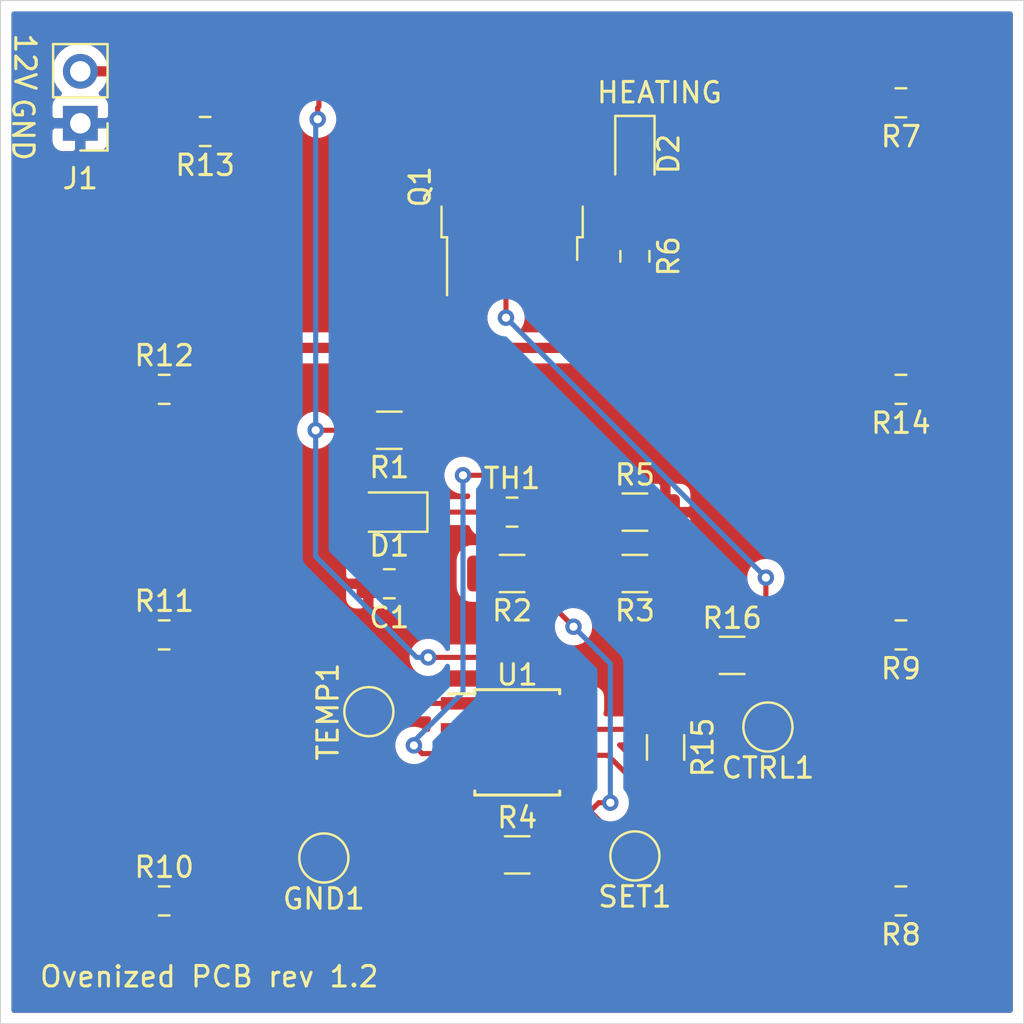
<source format=kicad_pcb>
(kicad_pcb (version 20171130) (host pcbnew "(5.1.2)-1")

  (general
    (thickness 1.6)
    (drawings 8)
    (tracks 94)
    (zones 0)
    (modules 27)
    (nets 13)
  )

  (page A4)
  (layers
    (0 F.Cu signal)
    (31 B.Cu signal)
    (32 B.Adhes user)
    (33 F.Adhes user)
    (34 B.Paste user)
    (35 F.Paste user)
    (36 B.SilkS user)
    (37 F.SilkS user)
    (38 B.Mask user)
    (39 F.Mask user)
    (40 Dwgs.User user)
    (41 Cmts.User user)
    (42 Eco1.User user)
    (43 Eco2.User user)
    (44 Edge.Cuts user)
    (45 Margin user)
    (46 B.CrtYd user)
    (47 F.CrtYd user)
    (48 B.Fab user hide)
    (49 F.Fab user hide)
  )

  (setup
    (last_trace_width 0.25)
    (user_trace_width 0.5)
    (trace_clearance 0.2)
    (zone_clearance 0.508)
    (zone_45_only no)
    (trace_min 0.2)
    (via_size 0.8)
    (via_drill 0.4)
    (via_min_size 0.4)
    (via_min_drill 0.3)
    (uvia_size 0.3)
    (uvia_drill 0.1)
    (uvias_allowed no)
    (uvia_min_size 0.2)
    (uvia_min_drill 0.1)
    (edge_width 0.05)
    (segment_width 0.2)
    (pcb_text_width 0.3)
    (pcb_text_size 1.5 1.5)
    (mod_edge_width 0.12)
    (mod_text_size 1 1)
    (mod_text_width 0.15)
    (pad_size 1.524 1.524)
    (pad_drill 0.762)
    (pad_to_mask_clearance 0.051)
    (solder_mask_min_width 0.25)
    (aux_axis_origin 0 0)
    (visible_elements 7FFFFFFF)
    (pcbplotparams
      (layerselection 0x010fc_ffffffff)
      (usegerberextensions false)
      (usegerberattributes false)
      (usegerberadvancedattributes false)
      (creategerberjobfile false)
      (excludeedgelayer true)
      (linewidth 0.050000)
      (plotframeref false)
      (viasonmask false)
      (mode 1)
      (useauxorigin false)
      (hpglpennumber 1)
      (hpglpenspeed 20)
      (hpglpendiameter 15.000000)
      (psnegative false)
      (psa4output false)
      (plotreference true)
      (plotvalue true)
      (plotinvisibletext false)
      (padsonsilk false)
      (subtractmaskfromsilk false)
      (outputformat 1)
      (mirror false)
      (drillshape 1)
      (scaleselection 1)
      (outputdirectory ""))
  )

  (net 0 "")
  (net 1 GND)
  (net 2 REF)
  (net 3 "Net-(D2-Pad2)")
  (net 4 "Net-(Q1-Pad1)")
  (net 5 "Net-(Q1-Pad3)")
  (net 6 +12V)
  (net 7 "Net-(R2-Pad1)")
  (net 8 "Net-(R4-Pad1)")
  (net 9 "Net-(R15-Pad2)")
  (net 10 "Net-(R5-Pad1)")
  (net 11 "Net-(CTRL1-Pad1)")
  (net 12 "Net-(U1-Pad9)")

  (net_class Default "This is the default net class."
    (clearance 0.2)
    (trace_width 0.25)
    (via_dia 0.8)
    (via_drill 0.4)
    (uvia_dia 0.3)
    (uvia_drill 0.1)
    (add_net +12V)
    (add_net GND)
    (add_net "Net-(CTRL1-Pad1)")
    (add_net "Net-(D2-Pad2)")
    (add_net "Net-(Q1-Pad1)")
    (add_net "Net-(Q1-Pad3)")
    (add_net "Net-(R15-Pad2)")
    (add_net "Net-(R2-Pad1)")
    (add_net "Net-(R4-Pad1)")
    (add_net "Net-(R5-Pad1)")
    (add_net "Net-(U1-Pad9)")
    (add_net REF)
  )

  (module Resistor_SMD:R_1206_3216Metric_Pad1.42x1.75mm_HandSolder (layer F.Cu) (tedit 5B301BBD) (tstamp 5D6BE4F8)
    (at 95.75 72)
    (descr "Resistor SMD 1206 (3216 Metric), square (rectangular) end terminal, IPC_7351 nominal with elongated pad for handsoldering. (Body size source: http://www.tortai-tech.com/upload/download/2011102023233369053.pdf), generated with kicad-footprint-generator")
    (tags "resistor handsolder")
    (path /5D88D025)
    (attr smd)
    (fp_text reference R16 (at 0 -1.82) (layer F.SilkS)
      (effects (font (size 1 1) (thickness 0.15)))
    )
    (fp_text value 1k (at 0 1.82) (layer F.Fab)
      (effects (font (size 1 1) (thickness 0.15)))
    )
    (fp_line (start -1.6 0.8) (end -1.6 -0.8) (layer F.Fab) (width 0.1))
    (fp_line (start -1.6 -0.8) (end 1.6 -0.8) (layer F.Fab) (width 0.1))
    (fp_line (start 1.6 -0.8) (end 1.6 0.8) (layer F.Fab) (width 0.1))
    (fp_line (start 1.6 0.8) (end -1.6 0.8) (layer F.Fab) (width 0.1))
    (fp_line (start -0.602064 -0.91) (end 0.602064 -0.91) (layer F.SilkS) (width 0.12))
    (fp_line (start -0.602064 0.91) (end 0.602064 0.91) (layer F.SilkS) (width 0.12))
    (fp_line (start -2.45 1.12) (end -2.45 -1.12) (layer F.CrtYd) (width 0.05))
    (fp_line (start -2.45 -1.12) (end 2.45 -1.12) (layer F.CrtYd) (width 0.05))
    (fp_line (start 2.45 -1.12) (end 2.45 1.12) (layer F.CrtYd) (width 0.05))
    (fp_line (start 2.45 1.12) (end -2.45 1.12) (layer F.CrtYd) (width 0.05))
    (fp_text user %R (at 0 0) (layer F.Fab)
      (effects (font (size 0.8 0.8) (thickness 0.12)))
    )
    (pad 1 smd roundrect (at -1.4875 0) (size 1.425 1.75) (layers F.Cu F.Paste F.Mask) (roundrect_rratio 0.175439)
      (net 11 "Net-(CTRL1-Pad1)"))
    (pad 2 smd roundrect (at 1.4875 0) (size 1.425 1.75) (layers F.Cu F.Paste F.Mask) (roundrect_rratio 0.175439)
      (net 4 "Net-(Q1-Pad1)"))
    (model ${KISYS3DMOD}/Resistor_SMD.3dshapes/R_1206_3216Metric.wrl
      (at (xyz 0 0 0))
      (scale (xyz 1 1 1))
      (rotate (xyz 0 0 0))
    )
  )

  (module Capacitor_SMD:C_0805_2012Metric_Pad1.15x1.40mm_HandSolder (layer F.Cu) (tedit 5B36C52B) (tstamp 5D6BF6FC)
    (at 79 68.5 180)
    (descr "Capacitor SMD 0805 (2012 Metric), square (rectangular) end terminal, IPC_7351 nominal with elongated pad for handsoldering. (Body size source: https://docs.google.com/spreadsheets/d/1BsfQQcO9C6DZCsRaXUlFlo91Tg2WpOkGARC1WS5S8t0/edit?usp=sharing), generated with kicad-footprint-generator")
    (tags "capacitor handsolder")
    (path /5D81D232)
    (attr smd)
    (fp_text reference C1 (at 0 -1.65) (layer F.SilkS)
      (effects (font (size 1 1) (thickness 0.15)))
    )
    (fp_text value .1u (at 0 1.65) (layer F.Fab)
      (effects (font (size 1 1) (thickness 0.15)))
    )
    (fp_line (start -1 0.6) (end -1 -0.6) (layer F.Fab) (width 0.1))
    (fp_line (start -1 -0.6) (end 1 -0.6) (layer F.Fab) (width 0.1))
    (fp_line (start 1 -0.6) (end 1 0.6) (layer F.Fab) (width 0.1))
    (fp_line (start 1 0.6) (end -1 0.6) (layer F.Fab) (width 0.1))
    (fp_line (start -0.261252 -0.71) (end 0.261252 -0.71) (layer F.SilkS) (width 0.12))
    (fp_line (start -0.261252 0.71) (end 0.261252 0.71) (layer F.SilkS) (width 0.12))
    (fp_line (start -1.85 0.95) (end -1.85 -0.95) (layer F.CrtYd) (width 0.05))
    (fp_line (start -1.85 -0.95) (end 1.85 -0.95) (layer F.CrtYd) (width 0.05))
    (fp_line (start 1.85 -0.95) (end 1.85 0.95) (layer F.CrtYd) (width 0.05))
    (fp_line (start 1.85 0.95) (end -1.85 0.95) (layer F.CrtYd) (width 0.05))
    (fp_text user %R (at 0 0) (layer F.Fab)
      (effects (font (size 0.5 0.5) (thickness 0.08)))
    )
    (pad 1 smd roundrect (at -1.025 0 180) (size 1.15 1.4) (layers F.Cu F.Paste F.Mask) (roundrect_rratio 0.217391)
      (net 2 REF))
    (pad 2 smd roundrect (at 1.025 0 180) (size 1.15 1.4) (layers F.Cu F.Paste F.Mask) (roundrect_rratio 0.217391)
      (net 1 GND))
    (model ${KISYS3DMOD}/Capacitor_SMD.3dshapes/C_0805_2012Metric.wrl
      (at (xyz 0 0 0))
      (scale (xyz 1 1 1))
      (rotate (xyz 0 0 0))
    )
  )

  (module Diode_SMD:D_0805_2012Metric_Pad1.15x1.40mm_HandSolder (layer F.Cu) (tedit 5B4B45C8) (tstamp 5D6BF70F)
    (at 79 65 180)
    (descr "Diode SMD 0805 (2012 Metric), square (rectangular) end terminal, IPC_7351 nominal, (Body size source: https://docs.google.com/spreadsheets/d/1BsfQQcO9C6DZCsRaXUlFlo91Tg2WpOkGARC1WS5S8t0/edit?usp=sharing), generated with kicad-footprint-generator")
    (tags "diode handsolder")
    (path /5D7D1C37)
    (attr smd)
    (fp_text reference D1 (at 0 -1.65) (layer F.SilkS)
      (effects (font (size 1 1) (thickness 0.15)))
    )
    (fp_text value 10V (at 0 1.65) (layer F.Fab)
      (effects (font (size 1 1) (thickness 0.15)))
    )
    (fp_line (start 1 -0.6) (end -0.7 -0.6) (layer F.Fab) (width 0.1))
    (fp_line (start -0.7 -0.6) (end -1 -0.3) (layer F.Fab) (width 0.1))
    (fp_line (start -1 -0.3) (end -1 0.6) (layer F.Fab) (width 0.1))
    (fp_line (start -1 0.6) (end 1 0.6) (layer F.Fab) (width 0.1))
    (fp_line (start 1 0.6) (end 1 -0.6) (layer F.Fab) (width 0.1))
    (fp_line (start 1 -0.96) (end -1.86 -0.96) (layer F.SilkS) (width 0.12))
    (fp_line (start -1.86 -0.96) (end -1.86 0.96) (layer F.SilkS) (width 0.12))
    (fp_line (start -1.86 0.96) (end 1 0.96) (layer F.SilkS) (width 0.12))
    (fp_line (start -1.85 0.95) (end -1.85 -0.95) (layer F.CrtYd) (width 0.05))
    (fp_line (start -1.85 -0.95) (end 1.85 -0.95) (layer F.CrtYd) (width 0.05))
    (fp_line (start 1.85 -0.95) (end 1.85 0.95) (layer F.CrtYd) (width 0.05))
    (fp_line (start 1.85 0.95) (end -1.85 0.95) (layer F.CrtYd) (width 0.05))
    (fp_text user %R (at 0 0) (layer F.Fab)
      (effects (font (size 0.5 0.5) (thickness 0.08)))
    )
    (pad 1 smd roundrect (at -1.025 0 180) (size 1.15 1.4) (layers F.Cu F.Paste F.Mask) (roundrect_rratio 0.217391)
      (net 2 REF))
    (pad 2 smd roundrect (at 1.025 0 180) (size 1.15 1.4) (layers F.Cu F.Paste F.Mask) (roundrect_rratio 0.217391)
      (net 1 GND))
    (model ${KISYS3DMOD}/Diode_SMD.3dshapes/D_0805_2012Metric.wrl
      (at (xyz 0 0 0))
      (scale (xyz 1 1 1))
      (rotate (xyz 0 0 0))
    )
  )

  (module LED_SMD:LED_0805_2012Metric_Pad1.15x1.40mm_HandSolder (layer F.Cu) (tedit 5B4B45C9) (tstamp 5D6BF722)
    (at 91 47.5 270)
    (descr "LED SMD 0805 (2012 Metric), square (rectangular) end terminal, IPC_7351 nominal, (Body size source: https://docs.google.com/spreadsheets/d/1BsfQQcO9C6DZCsRaXUlFlo91Tg2WpOkGARC1WS5S8t0/edit?usp=sharing), generated with kicad-footprint-generator")
    (tags "LED handsolder")
    (path /5D41D173)
    (attr smd)
    (fp_text reference D2 (at 0 -1.65 90) (layer F.SilkS)
      (effects (font (size 1 1) (thickness 0.15)))
    )
    (fp_text value HEATING (at 0 1.65 90) (layer F.Fab)
      (effects (font (size 1 1) (thickness 0.15)))
    )
    (fp_line (start 1 -0.6) (end -0.7 -0.6) (layer F.Fab) (width 0.1))
    (fp_line (start -0.7 -0.6) (end -1 -0.3) (layer F.Fab) (width 0.1))
    (fp_line (start -1 -0.3) (end -1 0.6) (layer F.Fab) (width 0.1))
    (fp_line (start -1 0.6) (end 1 0.6) (layer F.Fab) (width 0.1))
    (fp_line (start 1 0.6) (end 1 -0.6) (layer F.Fab) (width 0.1))
    (fp_line (start 1 -0.96) (end -1.86 -0.96) (layer F.SilkS) (width 0.12))
    (fp_line (start -1.86 -0.96) (end -1.86 0.96) (layer F.SilkS) (width 0.12))
    (fp_line (start -1.86 0.96) (end 1 0.96) (layer F.SilkS) (width 0.12))
    (fp_line (start -1.85 0.95) (end -1.85 -0.95) (layer F.CrtYd) (width 0.05))
    (fp_line (start -1.85 -0.95) (end 1.85 -0.95) (layer F.CrtYd) (width 0.05))
    (fp_line (start 1.85 -0.95) (end 1.85 0.95) (layer F.CrtYd) (width 0.05))
    (fp_line (start 1.85 0.95) (end -1.85 0.95) (layer F.CrtYd) (width 0.05))
    (fp_text user %R (at 0 0 90) (layer F.Fab)
      (effects (font (size 0.5 0.5) (thickness 0.08)))
    )
    (pad 1 smd roundrect (at -1.025 0 270) (size 1.15 1.4) (layers F.Cu F.Paste F.Mask) (roundrect_rratio 0.217391)
      (net 1 GND))
    (pad 2 smd roundrect (at 1.025 0 270) (size 1.15 1.4) (layers F.Cu F.Paste F.Mask) (roundrect_rratio 0.217391)
      (net 3 "Net-(D2-Pad2)"))
    (model ${KISYS3DMOD}/LED_SMD.3dshapes/LED_0805_2012Metric.wrl
      (at (xyz 0 0 0))
      (scale (xyz 1 1 1))
      (rotate (xyz 0 0 0))
    )
  )

  (module Package_TO_SOT_SMD:TO-252-2 (layer F.Cu) (tedit 5A70A390) (tstamp 5D6BF746)
    (at 85 49.1 90)
    (descr "TO-252 / DPAK SMD package, http://www.infineon.com/cms/en/product/packages/PG-TO252/PG-TO252-3-1/")
    (tags "DPAK TO-252 DPAK-3 TO-252-3 SOT-428")
    (path /5D77D3C8)
    (attr smd)
    (fp_text reference Q1 (at 0 -4.5 90) (layer F.SilkS)
      (effects (font (size 1 1) (thickness 0.15)))
    )
    (fp_text value MJD122 (at 0 4.5 90) (layer F.Fab)
      (effects (font (size 1 1) (thickness 0.15)))
    )
    (fp_line (start 3.95 -2.7) (end 4.95 -2.7) (layer F.Fab) (width 0.1))
    (fp_line (start 4.95 -2.7) (end 4.95 2.7) (layer F.Fab) (width 0.1))
    (fp_line (start 4.95 2.7) (end 3.95 2.7) (layer F.Fab) (width 0.1))
    (fp_line (start 3.95 -3.25) (end 3.95 3.25) (layer F.Fab) (width 0.1))
    (fp_line (start 3.95 3.25) (end -2.27 3.25) (layer F.Fab) (width 0.1))
    (fp_line (start -2.27 3.25) (end -2.27 -2.25) (layer F.Fab) (width 0.1))
    (fp_line (start -2.27 -2.25) (end -1.27 -3.25) (layer F.Fab) (width 0.1))
    (fp_line (start -1.27 -3.25) (end 3.95 -3.25) (layer F.Fab) (width 0.1))
    (fp_line (start -1.865 -2.655) (end -4.97 -2.655) (layer F.Fab) (width 0.1))
    (fp_line (start -4.97 -2.655) (end -4.97 -1.905) (layer F.Fab) (width 0.1))
    (fp_line (start -4.97 -1.905) (end -2.27 -1.905) (layer F.Fab) (width 0.1))
    (fp_line (start -2.27 1.905) (end -4.97 1.905) (layer F.Fab) (width 0.1))
    (fp_line (start -4.97 1.905) (end -4.97 2.655) (layer F.Fab) (width 0.1))
    (fp_line (start -4.97 2.655) (end -2.27 2.655) (layer F.Fab) (width 0.1))
    (fp_line (start -0.97 -3.45) (end -2.47 -3.45) (layer F.SilkS) (width 0.12))
    (fp_line (start -2.47 -3.45) (end -2.47 -3.18) (layer F.SilkS) (width 0.12))
    (fp_line (start -2.47 -3.18) (end -5.3 -3.18) (layer F.SilkS) (width 0.12))
    (fp_line (start -0.97 3.45) (end -2.47 3.45) (layer F.SilkS) (width 0.12))
    (fp_line (start -2.47 3.45) (end -2.47 3.18) (layer F.SilkS) (width 0.12))
    (fp_line (start -2.47 3.18) (end -3.57 3.18) (layer F.SilkS) (width 0.12))
    (fp_line (start -5.55 -3.5) (end -5.55 3.5) (layer F.CrtYd) (width 0.05))
    (fp_line (start -5.55 3.5) (end 5.55 3.5) (layer F.CrtYd) (width 0.05))
    (fp_line (start 5.55 3.5) (end 5.55 -3.5) (layer F.CrtYd) (width 0.05))
    (fp_line (start 5.55 -3.5) (end -5.55 -3.5) (layer F.CrtYd) (width 0.05))
    (fp_text user %R (at 0 0 90) (layer F.Fab)
      (effects (font (size 1 1) (thickness 0.15)))
    )
    (pad 1 smd rect (at -4.2 -2.28 90) (size 2.2 1.2) (layers F.Cu F.Paste F.Mask)
      (net 4 "Net-(Q1-Pad1)"))
    (pad 3 smd rect (at -4.2 2.28 90) (size 2.2 1.2) (layers F.Cu F.Paste F.Mask)
      (net 5 "Net-(Q1-Pad3)"))
    (pad 2 smd rect (at 2.1 0 90) (size 6.4 5.8) (layers F.Cu F.Mask)
      (net 6 +12V))
    (pad "" smd rect (at 3.775 1.525 90) (size 3.05 2.75) (layers F.Paste))
    (pad "" smd rect (at 0.425 -1.525 90) (size 3.05 2.75) (layers F.Paste))
    (pad "" smd rect (at 3.775 -1.525 90) (size 3.05 2.75) (layers F.Paste))
    (pad "" smd rect (at 0.425 1.525 90) (size 3.05 2.75) (layers F.Paste))
    (model ${KISYS3DMOD}/Package_TO_SOT_SMD.3dshapes/TO-252-2.wrl
      (at (xyz 0 0 0))
      (scale (xyz 1 1 1))
      (rotate (xyz 0 0 0))
    )
  )

  (module Resistor_SMD:R_1206_3216Metric_Pad1.42x1.75mm_HandSolder (layer F.Cu) (tedit 5B301BBD) (tstamp 5D6BF757)
    (at 79 61 180)
    (descr "Resistor SMD 1206 (3216 Metric), square (rectangular) end terminal, IPC_7351 nominal with elongated pad for handsoldering. (Body size source: http://www.tortai-tech.com/upload/download/2011102023233369053.pdf), generated with kicad-footprint-generator")
    (tags "resistor handsolder")
    (path /5D7CAE99)
    (attr smd)
    (fp_text reference R1 (at 0 -1.82) (layer F.SilkS)
      (effects (font (size 1 1) (thickness 0.15)))
    )
    (fp_text value 1k (at 0 1.82) (layer F.Fab)
      (effects (font (size 1 1) (thickness 0.15)))
    )
    (fp_text user %R (at 0 0) (layer F.Fab)
      (effects (font (size 0.8 0.8) (thickness 0.12)))
    )
    (fp_line (start 2.45 1.12) (end -2.45 1.12) (layer F.CrtYd) (width 0.05))
    (fp_line (start 2.45 -1.12) (end 2.45 1.12) (layer F.CrtYd) (width 0.05))
    (fp_line (start -2.45 -1.12) (end 2.45 -1.12) (layer F.CrtYd) (width 0.05))
    (fp_line (start -2.45 1.12) (end -2.45 -1.12) (layer F.CrtYd) (width 0.05))
    (fp_line (start -0.602064 0.91) (end 0.602064 0.91) (layer F.SilkS) (width 0.12))
    (fp_line (start -0.602064 -0.91) (end 0.602064 -0.91) (layer F.SilkS) (width 0.12))
    (fp_line (start 1.6 0.8) (end -1.6 0.8) (layer F.Fab) (width 0.1))
    (fp_line (start 1.6 -0.8) (end 1.6 0.8) (layer F.Fab) (width 0.1))
    (fp_line (start -1.6 -0.8) (end 1.6 -0.8) (layer F.Fab) (width 0.1))
    (fp_line (start -1.6 0.8) (end -1.6 -0.8) (layer F.Fab) (width 0.1))
    (pad 2 smd roundrect (at 1.4875 0 180) (size 1.425 1.75) (layers F.Cu F.Paste F.Mask) (roundrect_rratio 0.175439)
      (net 6 +12V))
    (pad 1 smd roundrect (at -1.4875 0 180) (size 1.425 1.75) (layers F.Cu F.Paste F.Mask) (roundrect_rratio 0.175439)
      (net 2 REF))
    (model ${KISYS3DMOD}/Resistor_SMD.3dshapes/R_1206_3216Metric.wrl
      (at (xyz 0 0 0))
      (scale (xyz 1 1 1))
      (rotate (xyz 0 0 0))
    )
  )

  (module Resistor_SMD:R_1206_3216Metric_Pad1.42x1.75mm_HandSolder (layer F.Cu) (tedit 5B301BBD) (tstamp 5D6BF768)
    (at 85 68 180)
    (descr "Resistor SMD 1206 (3216 Metric), square (rectangular) end terminal, IPC_7351 nominal with elongated pad for handsoldering. (Body size source: http://www.tortai-tech.com/upload/download/2011102023233369053.pdf), generated with kicad-footprint-generator")
    (tags "resistor handsolder")
    (path /5D6FB32B)
    (attr smd)
    (fp_text reference R2 (at 0 -1.82) (layer F.SilkS)
      (effects (font (size 1 1) (thickness 0.15)))
    )
    (fp_text value 10k (at 0 1.82) (layer F.Fab)
      (effects (font (size 1 1) (thickness 0.15)))
    )
    (fp_line (start -1.6 0.8) (end -1.6 -0.8) (layer F.Fab) (width 0.1))
    (fp_line (start -1.6 -0.8) (end 1.6 -0.8) (layer F.Fab) (width 0.1))
    (fp_line (start 1.6 -0.8) (end 1.6 0.8) (layer F.Fab) (width 0.1))
    (fp_line (start 1.6 0.8) (end -1.6 0.8) (layer F.Fab) (width 0.1))
    (fp_line (start -0.602064 -0.91) (end 0.602064 -0.91) (layer F.SilkS) (width 0.12))
    (fp_line (start -0.602064 0.91) (end 0.602064 0.91) (layer F.SilkS) (width 0.12))
    (fp_line (start -2.45 1.12) (end -2.45 -1.12) (layer F.CrtYd) (width 0.05))
    (fp_line (start -2.45 -1.12) (end 2.45 -1.12) (layer F.CrtYd) (width 0.05))
    (fp_line (start 2.45 -1.12) (end 2.45 1.12) (layer F.CrtYd) (width 0.05))
    (fp_line (start 2.45 1.12) (end -2.45 1.12) (layer F.CrtYd) (width 0.05))
    (fp_text user %R (at 0 0) (layer F.Fab)
      (effects (font (size 0.8 0.8) (thickness 0.12)))
    )
    (pad 1 smd roundrect (at -1.4875 0 180) (size 1.425 1.75) (layers F.Cu F.Paste F.Mask) (roundrect_rratio 0.175439)
      (net 7 "Net-(R2-Pad1)"))
    (pad 2 smd roundrect (at 1.4875 0 180) (size 1.425 1.75) (layers F.Cu F.Paste F.Mask) (roundrect_rratio 0.175439)
      (net 2 REF))
    (model ${KISYS3DMOD}/Resistor_SMD.3dshapes/R_1206_3216Metric.wrl
      (at (xyz 0 0 0))
      (scale (xyz 1 1 1))
      (rotate (xyz 0 0 0))
    )
  )

  (module Resistor_SMD:R_1206_3216Metric_Pad1.42x1.75mm_HandSolder (layer F.Cu) (tedit 5B301BBD) (tstamp 5D6BF779)
    (at 91 68 180)
    (descr "Resistor SMD 1206 (3216 Metric), square (rectangular) end terminal, IPC_7351 nominal with elongated pad for handsoldering. (Body size source: http://www.tortai-tech.com/upload/download/2011102023233369053.pdf), generated with kicad-footprint-generator")
    (tags "resistor handsolder")
    (path /5D6FA95C)
    (attr smd)
    (fp_text reference R3 (at 0 -1.82) (layer F.SilkS)
      (effects (font (size 1 1) (thickness 0.15)))
    )
    (fp_text value 10k (at 0 1.82) (layer F.Fab)
      (effects (font (size 1 1) (thickness 0.15)))
    )
    (fp_text user %R (at 0 0) (layer F.Fab)
      (effects (font (size 0.8 0.8) (thickness 0.12)))
    )
    (fp_line (start 2.45 1.12) (end -2.45 1.12) (layer F.CrtYd) (width 0.05))
    (fp_line (start 2.45 -1.12) (end 2.45 1.12) (layer F.CrtYd) (width 0.05))
    (fp_line (start -2.45 -1.12) (end 2.45 -1.12) (layer F.CrtYd) (width 0.05))
    (fp_line (start -2.45 1.12) (end -2.45 -1.12) (layer F.CrtYd) (width 0.05))
    (fp_line (start -0.602064 0.91) (end 0.602064 0.91) (layer F.SilkS) (width 0.12))
    (fp_line (start -0.602064 -0.91) (end 0.602064 -0.91) (layer F.SilkS) (width 0.12))
    (fp_line (start 1.6 0.8) (end -1.6 0.8) (layer F.Fab) (width 0.1))
    (fp_line (start 1.6 -0.8) (end 1.6 0.8) (layer F.Fab) (width 0.1))
    (fp_line (start -1.6 -0.8) (end 1.6 -0.8) (layer F.Fab) (width 0.1))
    (fp_line (start -1.6 0.8) (end -1.6 -0.8) (layer F.Fab) (width 0.1))
    (pad 2 smd roundrect (at 1.4875 0 180) (size 1.425 1.75) (layers F.Cu F.Paste F.Mask) (roundrect_rratio 0.175439)
      (net 7 "Net-(R2-Pad1)"))
    (pad 1 smd roundrect (at -1.4875 0 180) (size 1.425 1.75) (layers F.Cu F.Paste F.Mask) (roundrect_rratio 0.175439)
      (net 1 GND))
    (model ${KISYS3DMOD}/Resistor_SMD.3dshapes/R_1206_3216Metric.wrl
      (at (xyz 0 0 0))
      (scale (xyz 1 1 1))
      (rotate (xyz 0 0 0))
    )
  )

  (module Resistor_SMD:R_1206_3216Metric_Pad1.42x1.75mm_HandSolder (layer F.Cu) (tedit 5B301BBD) (tstamp 5D6BF78A)
    (at 85.25 81.75)
    (descr "Resistor SMD 1206 (3216 Metric), square (rectangular) end terminal, IPC_7351 nominal with elongated pad for handsoldering. (Body size source: http://www.tortai-tech.com/upload/download/2011102023233369053.pdf), generated with kicad-footprint-generator")
    (tags "resistor handsolder")
    (path /5D721858)
    (attr smd)
    (fp_text reference R4 (at 0 -1.82) (layer F.SilkS)
      (effects (font (size 1 1) (thickness 0.15)))
    )
    (fp_text value 1k (at 0 1.82) (layer F.Fab)
      (effects (font (size 1 1) (thickness 0.15)))
    )
    (fp_line (start -1.6 0.8) (end -1.6 -0.8) (layer F.Fab) (width 0.1))
    (fp_line (start -1.6 -0.8) (end 1.6 -0.8) (layer F.Fab) (width 0.1))
    (fp_line (start 1.6 -0.8) (end 1.6 0.8) (layer F.Fab) (width 0.1))
    (fp_line (start 1.6 0.8) (end -1.6 0.8) (layer F.Fab) (width 0.1))
    (fp_line (start -0.602064 -0.91) (end 0.602064 -0.91) (layer F.SilkS) (width 0.12))
    (fp_line (start -0.602064 0.91) (end 0.602064 0.91) (layer F.SilkS) (width 0.12))
    (fp_line (start -2.45 1.12) (end -2.45 -1.12) (layer F.CrtYd) (width 0.05))
    (fp_line (start -2.45 -1.12) (end 2.45 -1.12) (layer F.CrtYd) (width 0.05))
    (fp_line (start 2.45 -1.12) (end 2.45 1.12) (layer F.CrtYd) (width 0.05))
    (fp_line (start 2.45 1.12) (end -2.45 1.12) (layer F.CrtYd) (width 0.05))
    (fp_text user %R (at 0 0) (layer F.Fab)
      (effects (font (size 0.8 0.8) (thickness 0.12)))
    )
    (pad 1 smd roundrect (at -1.4875 0) (size 1.425 1.75) (layers F.Cu F.Paste F.Mask) (roundrect_rratio 0.175439)
      (net 8 "Net-(R4-Pad1)"))
    (pad 2 smd roundrect (at 1.4875 0) (size 1.425 1.75) (layers F.Cu F.Paste F.Mask) (roundrect_rratio 0.175439)
      (net 9 "Net-(R15-Pad2)"))
    (model ${KISYS3DMOD}/Resistor_SMD.3dshapes/R_1206_3216Metric.wrl
      (at (xyz 0 0 0))
      (scale (xyz 1 1 1))
      (rotate (xyz 0 0 0))
    )
  )

  (module Resistor_SMD:R_1206_3216Metric_Pad1.42x1.75mm_HandSolder (layer F.Cu) (tedit 5B301BBD) (tstamp 5D6BF79B)
    (at 91 65)
    (descr "Resistor SMD 1206 (3216 Metric), square (rectangular) end terminal, IPC_7351 nominal with elongated pad for handsoldering. (Body size source: http://www.tortai-tech.com/upload/download/2011102023233369053.pdf), generated with kicad-footprint-generator")
    (tags "resistor handsolder")
    (path /5D6C96FE)
    (attr smd)
    (fp_text reference R5 (at 0 -1.82) (layer F.SilkS)
      (effects (font (size 1 1) (thickness 0.15)))
    )
    (fp_text value 10k (at 0 1.82) (layer F.Fab)
      (effects (font (size 1 1) (thickness 0.15)))
    )
    (fp_text user %R (at 0 0) (layer F.Fab)
      (effects (font (size 0.8 0.8) (thickness 0.12)))
    )
    (fp_line (start 2.45 1.12) (end -2.45 1.12) (layer F.CrtYd) (width 0.05))
    (fp_line (start 2.45 -1.12) (end 2.45 1.12) (layer F.CrtYd) (width 0.05))
    (fp_line (start -2.45 -1.12) (end 2.45 -1.12) (layer F.CrtYd) (width 0.05))
    (fp_line (start -2.45 1.12) (end -2.45 -1.12) (layer F.CrtYd) (width 0.05))
    (fp_line (start -0.602064 0.91) (end 0.602064 0.91) (layer F.SilkS) (width 0.12))
    (fp_line (start -0.602064 -0.91) (end 0.602064 -0.91) (layer F.SilkS) (width 0.12))
    (fp_line (start 1.6 0.8) (end -1.6 0.8) (layer F.Fab) (width 0.1))
    (fp_line (start 1.6 -0.8) (end 1.6 0.8) (layer F.Fab) (width 0.1))
    (fp_line (start -1.6 -0.8) (end 1.6 -0.8) (layer F.Fab) (width 0.1))
    (fp_line (start -1.6 0.8) (end -1.6 -0.8) (layer F.Fab) (width 0.1))
    (pad 2 smd roundrect (at 1.4875 0) (size 1.425 1.75) (layers F.Cu F.Paste F.Mask) (roundrect_rratio 0.175439)
      (net 1 GND))
    (pad 1 smd roundrect (at -1.4875 0) (size 1.425 1.75) (layers F.Cu F.Paste F.Mask) (roundrect_rratio 0.175439)
      (net 10 "Net-(R5-Pad1)"))
    (model ${KISYS3DMOD}/Resistor_SMD.3dshapes/R_1206_3216Metric.wrl
      (at (xyz 0 0 0))
      (scale (xyz 1 1 1))
      (rotate (xyz 0 0 0))
    )
  )

  (module Resistor_SMD:R_0805_2012Metric_Pad1.15x1.40mm_HandSolder (layer F.Cu) (tedit 5B36C52B) (tstamp 5D6BF7AC)
    (at 91 52.5 270)
    (descr "Resistor SMD 0805 (2012 Metric), square (rectangular) end terminal, IPC_7351 nominal with elongated pad for handsoldering. (Body size source: https://docs.google.com/spreadsheets/d/1BsfQQcO9C6DZCsRaXUlFlo91Tg2WpOkGARC1WS5S8t0/edit?usp=sharing), generated with kicad-footprint-generator")
    (tags "resistor handsolder")
    (path /5D419A47)
    (attr smd)
    (fp_text reference R6 (at 0 -1.65 90) (layer F.SilkS)
      (effects (font (size 1 1) (thickness 0.15)))
    )
    (fp_text value 10k (at 0 1.65 90) (layer F.Fab)
      (effects (font (size 1 1) (thickness 0.15)))
    )
    (fp_text user %R (at 0 0 90) (layer F.Fab)
      (effects (font (size 0.5 0.5) (thickness 0.08)))
    )
    (fp_line (start 1.85 0.95) (end -1.85 0.95) (layer F.CrtYd) (width 0.05))
    (fp_line (start 1.85 -0.95) (end 1.85 0.95) (layer F.CrtYd) (width 0.05))
    (fp_line (start -1.85 -0.95) (end 1.85 -0.95) (layer F.CrtYd) (width 0.05))
    (fp_line (start -1.85 0.95) (end -1.85 -0.95) (layer F.CrtYd) (width 0.05))
    (fp_line (start -0.261252 0.71) (end 0.261252 0.71) (layer F.SilkS) (width 0.12))
    (fp_line (start -0.261252 -0.71) (end 0.261252 -0.71) (layer F.SilkS) (width 0.12))
    (fp_line (start 1 0.6) (end -1 0.6) (layer F.Fab) (width 0.1))
    (fp_line (start 1 -0.6) (end 1 0.6) (layer F.Fab) (width 0.1))
    (fp_line (start -1 -0.6) (end 1 -0.6) (layer F.Fab) (width 0.1))
    (fp_line (start -1 0.6) (end -1 -0.6) (layer F.Fab) (width 0.1))
    (pad 2 smd roundrect (at 1.025 0 270) (size 1.15 1.4) (layers F.Cu F.Paste F.Mask) (roundrect_rratio 0.217391)
      (net 5 "Net-(Q1-Pad3)"))
    (pad 1 smd roundrect (at -1.025 0 270) (size 1.15 1.4) (layers F.Cu F.Paste F.Mask) (roundrect_rratio 0.217391)
      (net 3 "Net-(D2-Pad2)"))
    (model ${KISYS3DMOD}/Resistor_SMD.3dshapes/R_0805_2012Metric.wrl
      (at (xyz 0 0 0))
      (scale (xyz 1 1 1))
      (rotate (xyz 0 0 0))
    )
  )

  (module Resistor_SMD:R_0805_2012Metric_Pad1.15x1.40mm_HandSolder (layer F.Cu) (tedit 5B36C52B) (tstamp 5D6BF7BD)
    (at 104 45 180)
    (descr "Resistor SMD 0805 (2012 Metric), square (rectangular) end terminal, IPC_7351 nominal with elongated pad for handsoldering. (Body size source: https://docs.google.com/spreadsheets/d/1BsfQQcO9C6DZCsRaXUlFlo91Tg2WpOkGARC1WS5S8t0/edit?usp=sharing), generated with kicad-footprint-generator")
    (tags "resistor handsolder")
    (path /5D3FEF67)
    (attr smd)
    (fp_text reference R7 (at 0 -1.65) (layer F.SilkS)
      (effects (font (size 1 1) (thickness 0.15)))
    )
    (fp_text value 330 (at 0 1.65) (layer F.Fab)
      (effects (font (size 1 1) (thickness 0.15)))
    )
    (fp_line (start -1 0.6) (end -1 -0.6) (layer F.Fab) (width 0.1))
    (fp_line (start -1 -0.6) (end 1 -0.6) (layer F.Fab) (width 0.1))
    (fp_line (start 1 -0.6) (end 1 0.6) (layer F.Fab) (width 0.1))
    (fp_line (start 1 0.6) (end -1 0.6) (layer F.Fab) (width 0.1))
    (fp_line (start -0.261252 -0.71) (end 0.261252 -0.71) (layer F.SilkS) (width 0.12))
    (fp_line (start -0.261252 0.71) (end 0.261252 0.71) (layer F.SilkS) (width 0.12))
    (fp_line (start -1.85 0.95) (end -1.85 -0.95) (layer F.CrtYd) (width 0.05))
    (fp_line (start -1.85 -0.95) (end 1.85 -0.95) (layer F.CrtYd) (width 0.05))
    (fp_line (start 1.85 -0.95) (end 1.85 0.95) (layer F.CrtYd) (width 0.05))
    (fp_line (start 1.85 0.95) (end -1.85 0.95) (layer F.CrtYd) (width 0.05))
    (fp_text user %R (at 0 0) (layer F.Fab)
      (effects (font (size 0.5 0.5) (thickness 0.08)))
    )
    (pad 1 smd roundrect (at -1.025 0 180) (size 1.15 1.4) (layers F.Cu F.Paste F.Mask) (roundrect_rratio 0.217391)
      (net 1 GND))
    (pad 2 smd roundrect (at 1.025 0 180) (size 1.15 1.4) (layers F.Cu F.Paste F.Mask) (roundrect_rratio 0.217391)
      (net 5 "Net-(Q1-Pad3)"))
    (model ${KISYS3DMOD}/Resistor_SMD.3dshapes/R_0805_2012Metric.wrl
      (at (xyz 0 0 0))
      (scale (xyz 1 1 1))
      (rotate (xyz 0 0 0))
    )
  )

  (module Resistor_SMD:R_0805_2012Metric_Pad1.15x1.40mm_HandSolder (layer F.Cu) (tedit 5B36C52B) (tstamp 5D6BF7CE)
    (at 104 84 180)
    (descr "Resistor SMD 0805 (2012 Metric), square (rectangular) end terminal, IPC_7351 nominal with elongated pad for handsoldering. (Body size source: https://docs.google.com/spreadsheets/d/1BsfQQcO9C6DZCsRaXUlFlo91Tg2WpOkGARC1WS5S8t0/edit?usp=sharing), generated with kicad-footprint-generator")
    (tags "resistor handsolder")
    (path /5D7F0612)
    (attr smd)
    (fp_text reference R8 (at 0 -1.65) (layer F.SilkS)
      (effects (font (size 1 1) (thickness 0.15)))
    )
    (fp_text value 330 (at 0 1.65) (layer F.Fab)
      (effects (font (size 1 1) (thickness 0.15)))
    )
    (fp_text user %R (at 0 0) (layer F.Fab)
      (effects (font (size 0.5 0.5) (thickness 0.08)))
    )
    (fp_line (start 1.85 0.95) (end -1.85 0.95) (layer F.CrtYd) (width 0.05))
    (fp_line (start 1.85 -0.95) (end 1.85 0.95) (layer F.CrtYd) (width 0.05))
    (fp_line (start -1.85 -0.95) (end 1.85 -0.95) (layer F.CrtYd) (width 0.05))
    (fp_line (start -1.85 0.95) (end -1.85 -0.95) (layer F.CrtYd) (width 0.05))
    (fp_line (start -0.261252 0.71) (end 0.261252 0.71) (layer F.SilkS) (width 0.12))
    (fp_line (start -0.261252 -0.71) (end 0.261252 -0.71) (layer F.SilkS) (width 0.12))
    (fp_line (start 1 0.6) (end -1 0.6) (layer F.Fab) (width 0.1))
    (fp_line (start 1 -0.6) (end 1 0.6) (layer F.Fab) (width 0.1))
    (fp_line (start -1 -0.6) (end 1 -0.6) (layer F.Fab) (width 0.1))
    (fp_line (start -1 0.6) (end -1 -0.6) (layer F.Fab) (width 0.1))
    (pad 2 smd roundrect (at 1.025 0 180) (size 1.15 1.4) (layers F.Cu F.Paste F.Mask) (roundrect_rratio 0.217391)
      (net 5 "Net-(Q1-Pad3)"))
    (pad 1 smd roundrect (at -1.025 0 180) (size 1.15 1.4) (layers F.Cu F.Paste F.Mask) (roundrect_rratio 0.217391)
      (net 1 GND))
    (model ${KISYS3DMOD}/Resistor_SMD.3dshapes/R_0805_2012Metric.wrl
      (at (xyz 0 0 0))
      (scale (xyz 1 1 1))
      (rotate (xyz 0 0 0))
    )
  )

  (module Resistor_SMD:R_0805_2012Metric_Pad1.15x1.40mm_HandSolder (layer F.Cu) (tedit 5B36C52B) (tstamp 5D6BF7DF)
    (at 104 71 180)
    (descr "Resistor SMD 0805 (2012 Metric), square (rectangular) end terminal, IPC_7351 nominal with elongated pad for handsoldering. (Body size source: https://docs.google.com/spreadsheets/d/1BsfQQcO9C6DZCsRaXUlFlo91Tg2WpOkGARC1WS5S8t0/edit?usp=sharing), generated with kicad-footprint-generator")
    (tags "resistor handsolder")
    (path /5D7F0978)
    (attr smd)
    (fp_text reference R9 (at 0 -1.65) (layer F.SilkS)
      (effects (font (size 1 1) (thickness 0.15)))
    )
    (fp_text value 330 (at 0 1.65) (layer F.Fab)
      (effects (font (size 1 1) (thickness 0.15)))
    )
    (fp_line (start -1 0.6) (end -1 -0.6) (layer F.Fab) (width 0.1))
    (fp_line (start -1 -0.6) (end 1 -0.6) (layer F.Fab) (width 0.1))
    (fp_line (start 1 -0.6) (end 1 0.6) (layer F.Fab) (width 0.1))
    (fp_line (start 1 0.6) (end -1 0.6) (layer F.Fab) (width 0.1))
    (fp_line (start -0.261252 -0.71) (end 0.261252 -0.71) (layer F.SilkS) (width 0.12))
    (fp_line (start -0.261252 0.71) (end 0.261252 0.71) (layer F.SilkS) (width 0.12))
    (fp_line (start -1.85 0.95) (end -1.85 -0.95) (layer F.CrtYd) (width 0.05))
    (fp_line (start -1.85 -0.95) (end 1.85 -0.95) (layer F.CrtYd) (width 0.05))
    (fp_line (start 1.85 -0.95) (end 1.85 0.95) (layer F.CrtYd) (width 0.05))
    (fp_line (start 1.85 0.95) (end -1.85 0.95) (layer F.CrtYd) (width 0.05))
    (fp_text user %R (at 0 0) (layer F.Fab)
      (effects (font (size 0.5 0.5) (thickness 0.08)))
    )
    (pad 1 smd roundrect (at -1.025 0 180) (size 1.15 1.4) (layers F.Cu F.Paste F.Mask) (roundrect_rratio 0.217391)
      (net 1 GND))
    (pad 2 smd roundrect (at 1.025 0 180) (size 1.15 1.4) (layers F.Cu F.Paste F.Mask) (roundrect_rratio 0.217391)
      (net 5 "Net-(Q1-Pad3)"))
    (model ${KISYS3DMOD}/Resistor_SMD.3dshapes/R_0805_2012Metric.wrl
      (at (xyz 0 0 0))
      (scale (xyz 1 1 1))
      (rotate (xyz 0 0 0))
    )
  )

  (module Resistor_SMD:R_0805_2012Metric_Pad1.15x1.40mm_HandSolder (layer F.Cu) (tedit 5B36C52B) (tstamp 5D6BF7F0)
    (at 68 84)
    (descr "Resistor SMD 0805 (2012 Metric), square (rectangular) end terminal, IPC_7351 nominal with elongated pad for handsoldering. (Body size source: https://docs.google.com/spreadsheets/d/1BsfQQcO9C6DZCsRaXUlFlo91Tg2WpOkGARC1WS5S8t0/edit?usp=sharing), generated with kicad-footprint-generator")
    (tags "resistor handsolder")
    (path /5D7F0CD9)
    (attr smd)
    (fp_text reference R10 (at 0 -1.65) (layer F.SilkS)
      (effects (font (size 1 1) (thickness 0.15)))
    )
    (fp_text value 330 (at 0 1.65) (layer F.Fab)
      (effects (font (size 1 1) (thickness 0.15)))
    )
    (fp_text user %R (at 0 0) (layer F.Fab)
      (effects (font (size 0.5 0.5) (thickness 0.08)))
    )
    (fp_line (start 1.85 0.95) (end -1.85 0.95) (layer F.CrtYd) (width 0.05))
    (fp_line (start 1.85 -0.95) (end 1.85 0.95) (layer F.CrtYd) (width 0.05))
    (fp_line (start -1.85 -0.95) (end 1.85 -0.95) (layer F.CrtYd) (width 0.05))
    (fp_line (start -1.85 0.95) (end -1.85 -0.95) (layer F.CrtYd) (width 0.05))
    (fp_line (start -0.261252 0.71) (end 0.261252 0.71) (layer F.SilkS) (width 0.12))
    (fp_line (start -0.261252 -0.71) (end 0.261252 -0.71) (layer F.SilkS) (width 0.12))
    (fp_line (start 1 0.6) (end -1 0.6) (layer F.Fab) (width 0.1))
    (fp_line (start 1 -0.6) (end 1 0.6) (layer F.Fab) (width 0.1))
    (fp_line (start -1 -0.6) (end 1 -0.6) (layer F.Fab) (width 0.1))
    (fp_line (start -1 0.6) (end -1 -0.6) (layer F.Fab) (width 0.1))
    (pad 2 smd roundrect (at 1.025 0) (size 1.15 1.4) (layers F.Cu F.Paste F.Mask) (roundrect_rratio 0.217391)
      (net 5 "Net-(Q1-Pad3)"))
    (pad 1 smd roundrect (at -1.025 0) (size 1.15 1.4) (layers F.Cu F.Paste F.Mask) (roundrect_rratio 0.217391)
      (net 1 GND))
    (model ${KISYS3DMOD}/Resistor_SMD.3dshapes/R_0805_2012Metric.wrl
      (at (xyz 0 0 0))
      (scale (xyz 1 1 1))
      (rotate (xyz 0 0 0))
    )
  )

  (module Resistor_SMD:R_0805_2012Metric_Pad1.15x1.40mm_HandSolder (layer F.Cu) (tedit 5B36C52B) (tstamp 5D6BF801)
    (at 68 71)
    (descr "Resistor SMD 0805 (2012 Metric), square (rectangular) end terminal, IPC_7351 nominal with elongated pad for handsoldering. (Body size source: https://docs.google.com/spreadsheets/d/1BsfQQcO9C6DZCsRaXUlFlo91Tg2WpOkGARC1WS5S8t0/edit?usp=sharing), generated with kicad-footprint-generator")
    (tags "resistor handsolder")
    (path /5D7F0ECA)
    (attr smd)
    (fp_text reference R11 (at 0 -1.65) (layer F.SilkS)
      (effects (font (size 1 1) (thickness 0.15)))
    )
    (fp_text value 330 (at 0 1.65) (layer F.Fab)
      (effects (font (size 1 1) (thickness 0.15)))
    )
    (fp_line (start -1 0.6) (end -1 -0.6) (layer F.Fab) (width 0.1))
    (fp_line (start -1 -0.6) (end 1 -0.6) (layer F.Fab) (width 0.1))
    (fp_line (start 1 -0.6) (end 1 0.6) (layer F.Fab) (width 0.1))
    (fp_line (start 1 0.6) (end -1 0.6) (layer F.Fab) (width 0.1))
    (fp_line (start -0.261252 -0.71) (end 0.261252 -0.71) (layer F.SilkS) (width 0.12))
    (fp_line (start -0.261252 0.71) (end 0.261252 0.71) (layer F.SilkS) (width 0.12))
    (fp_line (start -1.85 0.95) (end -1.85 -0.95) (layer F.CrtYd) (width 0.05))
    (fp_line (start -1.85 -0.95) (end 1.85 -0.95) (layer F.CrtYd) (width 0.05))
    (fp_line (start 1.85 -0.95) (end 1.85 0.95) (layer F.CrtYd) (width 0.05))
    (fp_line (start 1.85 0.95) (end -1.85 0.95) (layer F.CrtYd) (width 0.05))
    (fp_text user %R (at 0 0) (layer F.Fab)
      (effects (font (size 0.5 0.5) (thickness 0.08)))
    )
    (pad 1 smd roundrect (at -1.025 0) (size 1.15 1.4) (layers F.Cu F.Paste F.Mask) (roundrect_rratio 0.217391)
      (net 1 GND))
    (pad 2 smd roundrect (at 1.025 0) (size 1.15 1.4) (layers F.Cu F.Paste F.Mask) (roundrect_rratio 0.217391)
      (net 5 "Net-(Q1-Pad3)"))
    (model ${KISYS3DMOD}/Resistor_SMD.3dshapes/R_0805_2012Metric.wrl
      (at (xyz 0 0 0))
      (scale (xyz 1 1 1))
      (rotate (xyz 0 0 0))
    )
  )

  (module Resistor_SMD:R_0805_2012Metric_Pad1.15x1.40mm_HandSolder (layer F.Cu) (tedit 5B36C52B) (tstamp 5D6BF812)
    (at 68 59)
    (descr "Resistor SMD 0805 (2012 Metric), square (rectangular) end terminal, IPC_7351 nominal with elongated pad for handsoldering. (Body size source: https://docs.google.com/spreadsheets/d/1BsfQQcO9C6DZCsRaXUlFlo91Tg2WpOkGARC1WS5S8t0/edit?usp=sharing), generated with kicad-footprint-generator")
    (tags "resistor handsolder")
    (path /5D7F1198)
    (attr smd)
    (fp_text reference R12 (at 0 -1.65) (layer F.SilkS)
      (effects (font (size 1 1) (thickness 0.15)))
    )
    (fp_text value 330 (at 0 1.65) (layer F.Fab)
      (effects (font (size 1 1) (thickness 0.15)))
    )
    (fp_text user %R (at 0 0) (layer F.Fab)
      (effects (font (size 0.5 0.5) (thickness 0.08)))
    )
    (fp_line (start 1.85 0.95) (end -1.85 0.95) (layer F.CrtYd) (width 0.05))
    (fp_line (start 1.85 -0.95) (end 1.85 0.95) (layer F.CrtYd) (width 0.05))
    (fp_line (start -1.85 -0.95) (end 1.85 -0.95) (layer F.CrtYd) (width 0.05))
    (fp_line (start -1.85 0.95) (end -1.85 -0.95) (layer F.CrtYd) (width 0.05))
    (fp_line (start -0.261252 0.71) (end 0.261252 0.71) (layer F.SilkS) (width 0.12))
    (fp_line (start -0.261252 -0.71) (end 0.261252 -0.71) (layer F.SilkS) (width 0.12))
    (fp_line (start 1 0.6) (end -1 0.6) (layer F.Fab) (width 0.1))
    (fp_line (start 1 -0.6) (end 1 0.6) (layer F.Fab) (width 0.1))
    (fp_line (start -1 -0.6) (end 1 -0.6) (layer F.Fab) (width 0.1))
    (fp_line (start -1 0.6) (end -1 -0.6) (layer F.Fab) (width 0.1))
    (pad 2 smd roundrect (at 1.025 0) (size 1.15 1.4) (layers F.Cu F.Paste F.Mask) (roundrect_rratio 0.217391)
      (net 5 "Net-(Q1-Pad3)"))
    (pad 1 smd roundrect (at -1.025 0) (size 1.15 1.4) (layers F.Cu F.Paste F.Mask) (roundrect_rratio 0.217391)
      (net 1 GND))
    (model ${KISYS3DMOD}/Resistor_SMD.3dshapes/R_0805_2012Metric.wrl
      (at (xyz 0 0 0))
      (scale (xyz 1 1 1))
      (rotate (xyz 0 0 0))
    )
  )

  (module Resistor_SMD:R_0805_2012Metric_Pad1.15x1.40mm_HandSolder (layer F.Cu) (tedit 5B36C52B) (tstamp 5D6BF823)
    (at 70 46.4 180)
    (descr "Resistor SMD 0805 (2012 Metric), square (rectangular) end terminal, IPC_7351 nominal with elongated pad for handsoldering. (Body size source: https://docs.google.com/spreadsheets/d/1BsfQQcO9C6DZCsRaXUlFlo91Tg2WpOkGARC1WS5S8t0/edit?usp=sharing), generated with kicad-footprint-generator")
    (tags "resistor handsolder")
    (path /5D7F145F)
    (attr smd)
    (fp_text reference R13 (at 0 -1.65) (layer F.SilkS)
      (effects (font (size 1 1) (thickness 0.15)))
    )
    (fp_text value 330 (at 0 1.65) (layer F.Fab)
      (effects (font (size 1 1) (thickness 0.15)))
    )
    (fp_line (start -1 0.6) (end -1 -0.6) (layer F.Fab) (width 0.1))
    (fp_line (start -1 -0.6) (end 1 -0.6) (layer F.Fab) (width 0.1))
    (fp_line (start 1 -0.6) (end 1 0.6) (layer F.Fab) (width 0.1))
    (fp_line (start 1 0.6) (end -1 0.6) (layer F.Fab) (width 0.1))
    (fp_line (start -0.261252 -0.71) (end 0.261252 -0.71) (layer F.SilkS) (width 0.12))
    (fp_line (start -0.261252 0.71) (end 0.261252 0.71) (layer F.SilkS) (width 0.12))
    (fp_line (start -1.85 0.95) (end -1.85 -0.95) (layer F.CrtYd) (width 0.05))
    (fp_line (start -1.85 -0.95) (end 1.85 -0.95) (layer F.CrtYd) (width 0.05))
    (fp_line (start 1.85 -0.95) (end 1.85 0.95) (layer F.CrtYd) (width 0.05))
    (fp_line (start 1.85 0.95) (end -1.85 0.95) (layer F.CrtYd) (width 0.05))
    (fp_text user %R (at 0 0) (layer F.Fab)
      (effects (font (size 0.5 0.5) (thickness 0.08)))
    )
    (pad 1 smd roundrect (at -1.025 0 180) (size 1.15 1.4) (layers F.Cu F.Paste F.Mask) (roundrect_rratio 0.217391)
      (net 1 GND))
    (pad 2 smd roundrect (at 1.025 0 180) (size 1.15 1.4) (layers F.Cu F.Paste F.Mask) (roundrect_rratio 0.217391)
      (net 5 "Net-(Q1-Pad3)"))
    (model ${KISYS3DMOD}/Resistor_SMD.3dshapes/R_0805_2012Metric.wrl
      (at (xyz 0 0 0))
      (scale (xyz 1 1 1))
      (rotate (xyz 0 0 0))
    )
  )

  (module Resistor_SMD:R_0805_2012Metric_Pad1.15x1.40mm_HandSolder (layer F.Cu) (tedit 5B36C52B) (tstamp 5D6BF834)
    (at 104 59 180)
    (descr "Resistor SMD 0805 (2012 Metric), square (rectangular) end terminal, IPC_7351 nominal with elongated pad for handsoldering. (Body size source: https://docs.google.com/spreadsheets/d/1BsfQQcO9C6DZCsRaXUlFlo91Tg2WpOkGARC1WS5S8t0/edit?usp=sharing), generated with kicad-footprint-generator")
    (tags "resistor handsolder")
    (path /5D7F16AD)
    (attr smd)
    (fp_text reference R14 (at 0 -1.65) (layer F.SilkS)
      (effects (font (size 1 1) (thickness 0.15)))
    )
    (fp_text value 330 (at 0 1.65) (layer F.Fab)
      (effects (font (size 1 1) (thickness 0.15)))
    )
    (fp_text user %R (at 0 0) (layer F.Fab)
      (effects (font (size 0.5 0.5) (thickness 0.08)))
    )
    (fp_line (start 1.85 0.95) (end -1.85 0.95) (layer F.CrtYd) (width 0.05))
    (fp_line (start 1.85 -0.95) (end 1.85 0.95) (layer F.CrtYd) (width 0.05))
    (fp_line (start -1.85 -0.95) (end 1.85 -0.95) (layer F.CrtYd) (width 0.05))
    (fp_line (start -1.85 0.95) (end -1.85 -0.95) (layer F.CrtYd) (width 0.05))
    (fp_line (start -0.261252 0.71) (end 0.261252 0.71) (layer F.SilkS) (width 0.12))
    (fp_line (start -0.261252 -0.71) (end 0.261252 -0.71) (layer F.SilkS) (width 0.12))
    (fp_line (start 1 0.6) (end -1 0.6) (layer F.Fab) (width 0.1))
    (fp_line (start 1 -0.6) (end 1 0.6) (layer F.Fab) (width 0.1))
    (fp_line (start -1 -0.6) (end 1 -0.6) (layer F.Fab) (width 0.1))
    (fp_line (start -1 0.6) (end -1 -0.6) (layer F.Fab) (width 0.1))
    (pad 2 smd roundrect (at 1.025 0 180) (size 1.15 1.4) (layers F.Cu F.Paste F.Mask) (roundrect_rratio 0.217391)
      (net 5 "Net-(Q1-Pad3)"))
    (pad 1 smd roundrect (at -1.025 0 180) (size 1.15 1.4) (layers F.Cu F.Paste F.Mask) (roundrect_rratio 0.217391)
      (net 1 GND))
    (model ${KISYS3DMOD}/Resistor_SMD.3dshapes/R_0805_2012Metric.wrl
      (at (xyz 0 0 0))
      (scale (xyz 1 1 1))
      (rotate (xyz 0 0 0))
    )
  )

  (module Resistor_SMD:R_1206_3216Metric_Pad1.42x1.75mm_HandSolder (layer F.Cu) (tedit 5B301BBD) (tstamp 5D6BF845)
    (at 92.5 76.5 270)
    (descr "Resistor SMD 1206 (3216 Metric), square (rectangular) end terminal, IPC_7351 nominal with elongated pad for handsoldering. (Body size source: http://www.tortai-tech.com/upload/download/2011102023233369053.pdf), generated with kicad-footprint-generator")
    (tags "resistor handsolder")
    (path /5D773B2D)
    (attr smd)
    (fp_text reference R15 (at 0 -1.82 90) (layer F.SilkS)
      (effects (font (size 1 1) (thickness 0.15)))
    )
    (fp_text value 10k (at 0 1.82 90) (layer F.Fab)
      (effects (font (size 1 1) (thickness 0.15)))
    )
    (fp_line (start -1.6 0.8) (end -1.6 -0.8) (layer F.Fab) (width 0.1))
    (fp_line (start -1.6 -0.8) (end 1.6 -0.8) (layer F.Fab) (width 0.1))
    (fp_line (start 1.6 -0.8) (end 1.6 0.8) (layer F.Fab) (width 0.1))
    (fp_line (start 1.6 0.8) (end -1.6 0.8) (layer F.Fab) (width 0.1))
    (fp_line (start -0.602064 -0.91) (end 0.602064 -0.91) (layer F.SilkS) (width 0.12))
    (fp_line (start -0.602064 0.91) (end 0.602064 0.91) (layer F.SilkS) (width 0.12))
    (fp_line (start -2.45 1.12) (end -2.45 -1.12) (layer F.CrtYd) (width 0.05))
    (fp_line (start -2.45 -1.12) (end 2.45 -1.12) (layer F.CrtYd) (width 0.05))
    (fp_line (start 2.45 -1.12) (end 2.45 1.12) (layer F.CrtYd) (width 0.05))
    (fp_line (start 2.45 1.12) (end -2.45 1.12) (layer F.CrtYd) (width 0.05))
    (fp_text user %R (at 0 0 90) (layer F.Fab)
      (effects (font (size 0.8 0.8) (thickness 0.12)))
    )
    (pad 1 smd roundrect (at -1.4875 0 270) (size 1.425 1.75) (layers F.Cu F.Paste F.Mask) (roundrect_rratio 0.175439)
      (net 11 "Net-(CTRL1-Pad1)"))
    (pad 2 smd roundrect (at 1.4875 0 270) (size 1.425 1.75) (layers F.Cu F.Paste F.Mask) (roundrect_rratio 0.175439)
      (net 9 "Net-(R15-Pad2)"))
    (model ${KISYS3DMOD}/Resistor_SMD.3dshapes/R_1206_3216Metric.wrl
      (at (xyz 0 0 0))
      (scale (xyz 1 1 1))
      (rotate (xyz 0 0 0))
    )
  )

  (module Resistor_SMD:R_0805_2012Metric_Pad1.15x1.40mm_HandSolder (layer F.Cu) (tedit 5B36C52B) (tstamp 5D6BF856)
    (at 85 65)
    (descr "Resistor SMD 0805 (2012 Metric), square (rectangular) end terminal, IPC_7351 nominal with elongated pad for handsoldering. (Body size source: https://docs.google.com/spreadsheets/d/1BsfQQcO9C6DZCsRaXUlFlo91Tg2WpOkGARC1WS5S8t0/edit?usp=sharing), generated with kicad-footprint-generator")
    (tags "resistor handsolder")
    (path /5D3F1E5A)
    (attr smd)
    (fp_text reference TH1 (at 0 -1.65) (layer F.SilkS)
      (effects (font (size 1 1) (thickness 0.15)))
    )
    (fp_text value NTC (at 0 1.65) (layer F.Fab)
      (effects (font (size 1 1) (thickness 0.15)))
    )
    (fp_line (start -1 0.6) (end -1 -0.6) (layer F.Fab) (width 0.1))
    (fp_line (start -1 -0.6) (end 1 -0.6) (layer F.Fab) (width 0.1))
    (fp_line (start 1 -0.6) (end 1 0.6) (layer F.Fab) (width 0.1))
    (fp_line (start 1 0.6) (end -1 0.6) (layer F.Fab) (width 0.1))
    (fp_line (start -0.261252 -0.71) (end 0.261252 -0.71) (layer F.SilkS) (width 0.12))
    (fp_line (start -0.261252 0.71) (end 0.261252 0.71) (layer F.SilkS) (width 0.12))
    (fp_line (start -1.85 0.95) (end -1.85 -0.95) (layer F.CrtYd) (width 0.05))
    (fp_line (start -1.85 -0.95) (end 1.85 -0.95) (layer F.CrtYd) (width 0.05))
    (fp_line (start 1.85 -0.95) (end 1.85 0.95) (layer F.CrtYd) (width 0.05))
    (fp_line (start 1.85 0.95) (end -1.85 0.95) (layer F.CrtYd) (width 0.05))
    (fp_text user %R (at 0 0) (layer F.Fab)
      (effects (font (size 0.5 0.5) (thickness 0.08)))
    )
    (pad 1 smd roundrect (at -1.025 0) (size 1.15 1.4) (layers F.Cu F.Paste F.Mask) (roundrect_rratio 0.217391)
      (net 2 REF))
    (pad 2 smd roundrect (at 1.025 0) (size 1.15 1.4) (layers F.Cu F.Paste F.Mask) (roundrect_rratio 0.217391)
      (net 10 "Net-(R5-Pad1)"))
    (model ${KISYS3DMOD}/Resistor_SMD.3dshapes/R_0805_2012Metric.wrl
      (at (xyz 0 0 0))
      (scale (xyz 1 1 1))
      (rotate (xyz 0 0 0))
    )
  )

  (module Connector_PinHeader_2.54mm:PinHeader_1x02_P2.54mm_Vertical (layer F.Cu) (tedit 59FED5CC) (tstamp 5D6BE092)
    (at 63.9 46 180)
    (descr "Through hole straight pin header, 1x02, 2.54mm pitch, single row")
    (tags "Through hole pin header THT 1x02 2.54mm single row")
    (path /5D84ACDF)
    (fp_text reference J1 (at 0 -2.7) (layer F.SilkS)
      (effects (font (size 1 1) (thickness 0.15)))
    )
    (fp_text value Conn_01x02_Male (at 0 4.87) (layer F.Fab)
      (effects (font (size 1 1) (thickness 0.15)))
    )
    (fp_line (start -0.635 -1.27) (end 1.27 -1.27) (layer F.Fab) (width 0.1))
    (fp_line (start 1.27 -1.27) (end 1.27 3.81) (layer F.Fab) (width 0.1))
    (fp_line (start 1.27 3.81) (end -1.27 3.81) (layer F.Fab) (width 0.1))
    (fp_line (start -1.27 3.81) (end -1.27 -0.635) (layer F.Fab) (width 0.1))
    (fp_line (start -1.27 -0.635) (end -0.635 -1.27) (layer F.Fab) (width 0.1))
    (fp_line (start -1.33 3.87) (end 1.33 3.87) (layer F.SilkS) (width 0.12))
    (fp_line (start -1.33 1.27) (end -1.33 3.87) (layer F.SilkS) (width 0.12))
    (fp_line (start 1.33 1.27) (end 1.33 3.87) (layer F.SilkS) (width 0.12))
    (fp_line (start -1.33 1.27) (end 1.33 1.27) (layer F.SilkS) (width 0.12))
    (fp_line (start -1.33 0) (end -1.33 -1.33) (layer F.SilkS) (width 0.12))
    (fp_line (start -1.33 -1.33) (end 0 -1.33) (layer F.SilkS) (width 0.12))
    (fp_line (start -1.8 -1.8) (end -1.8 4.35) (layer F.CrtYd) (width 0.05))
    (fp_line (start -1.8 4.35) (end 1.8 4.35) (layer F.CrtYd) (width 0.05))
    (fp_line (start 1.8 4.35) (end 1.8 -1.8) (layer F.CrtYd) (width 0.05))
    (fp_line (start 1.8 -1.8) (end -1.8 -1.8) (layer F.CrtYd) (width 0.05))
    (fp_text user %R (at 0 1.27 90) (layer F.Fab)
      (effects (font (size 1 1) (thickness 0.15)))
    )
    (pad 1 thru_hole rect (at 0 0 180) (size 1.7 1.7) (drill 1) (layers *.Cu *.Mask)
      (net 1 GND))
    (pad 2 thru_hole oval (at 0 2.54 180) (size 1.7 1.7) (drill 1) (layers *.Cu *.Mask)
      (net 6 +12V))
  )

  (module TestPoint:TestPoint_Pad_D2.0mm (layer F.Cu) (tedit 5A0F774F) (tstamp 5D6BE09A)
    (at 91 81.8 180)
    (descr "SMD pad as test Point, diameter 2.0mm")
    (tags "test point SMD pad")
    (path /5D84F357)
    (attr virtual)
    (fp_text reference SET1 (at 0 -1.998) (layer F.SilkS)
      (effects (font (size 1 1) (thickness 0.15)))
    )
    (fp_text value TestPoint (at 0 2.05) (layer F.Fab)
      (effects (font (size 1 1) (thickness 0.15)))
    )
    (fp_circle (center 0 0) (end 0 1.2) (layer F.SilkS) (width 0.12))
    (fp_circle (center 0 0) (end 1.5 0) (layer F.CrtYd) (width 0.05))
    (fp_text user %R (at 0 -2) (layer F.Fab)
      (effects (font (size 1 1) (thickness 0.15)))
    )
    (pad 1 smd circle (at 0 0 180) (size 2 2) (layers F.Cu F.Mask)
      (net 7 "Net-(R2-Pad1)"))
  )

  (module TestPoint:TestPoint_Pad_D2.0mm (layer F.Cu) (tedit 5A0F774F) (tstamp 5D6BE0A2)
    (at 97.5 75.5 180)
    (descr "SMD pad as test Point, diameter 2.0mm")
    (tags "test point SMD pad")
    (path /5D84CD8E)
    (attr virtual)
    (fp_text reference CTRL1 (at 0 -1.998) (layer F.SilkS)
      (effects (font (size 1 1) (thickness 0.15)))
    )
    (fp_text value TestPoint (at 0 2.05) (layer F.Fab)
      (effects (font (size 1 1) (thickness 0.15)))
    )
    (fp_circle (center 0 0) (end 0 1.2) (layer F.SilkS) (width 0.12))
    (fp_circle (center 0 0) (end 1.5 0) (layer F.CrtYd) (width 0.05))
    (fp_text user %R (at 0 -2) (layer F.Fab)
      (effects (font (size 1 1) (thickness 0.15)))
    )
    (pad 1 smd circle (at 0 0 180) (size 2 2) (layers F.Cu F.Mask)
      (net 11 "Net-(CTRL1-Pad1)"))
  )

  (module TestPoint:TestPoint_Pad_D2.0mm (layer F.Cu) (tedit 5A0F774F) (tstamp 5D6BE0AA)
    (at 78 74.75 90)
    (descr "SMD pad as test Point, diameter 2.0mm")
    (tags "test point SMD pad")
    (path /5D84BFC7)
    (attr virtual)
    (fp_text reference TEMP1 (at 0 -1.998 90) (layer F.SilkS)
      (effects (font (size 1 1) (thickness 0.15)))
    )
    (fp_text value TestPoint (at 0 2.05 90) (layer F.Fab)
      (effects (font (size 1 1) (thickness 0.15)))
    )
    (fp_text user %R (at 0 -2 90) (layer F.Fab)
      (effects (font (size 1 1) (thickness 0.15)))
    )
    (fp_circle (center 0 0) (end 1.5 0) (layer F.CrtYd) (width 0.05))
    (fp_circle (center 0 0) (end 0 1.2) (layer F.SilkS) (width 0.12))
    (pad 1 smd circle (at 0 0 90) (size 2 2) (layers F.Cu F.Mask)
      (net 8 "Net-(R4-Pad1)"))
  )

  (module TestPoint:TestPoint_Pad_D2.0mm (layer F.Cu) (tedit 5A0F774F) (tstamp 5D6BE0B2)
    (at 75.8 81.9 180)
    (descr "SMD pad as test Point, diameter 2.0mm")
    (tags "test point SMD pad")
    (path /5D8534C0)
    (attr virtual)
    (fp_text reference GND1 (at 0 -1.998) (layer F.SilkS)
      (effects (font (size 1 1) (thickness 0.15)))
    )
    (fp_text value TestPoint (at 0 2.05) (layer F.Fab)
      (effects (font (size 1 1) (thickness 0.15)))
    )
    (fp_text user %R (at 0 -2) (layer F.Fab)
      (effects (font (size 1 1) (thickness 0.15)))
    )
    (fp_circle (center 0 0) (end 1.5 0) (layer F.CrtYd) (width 0.05))
    (fp_circle (center 0 0) (end 0 1.2) (layer F.SilkS) (width 0.12))
    (pad 1 smd circle (at 0 0 180) (size 2 2) (layers F.Cu F.Mask)
      (net 1 GND))
  )

  (module Package_SO:TI_SO-PowerPAD-8 (layer F.Cu) (tedit 5A02F2D3) (tstamp 5D6BE8D5)
    (at 85.25 76.25)
    (descr "8-Lead Plastic PSOP, Exposed Die Pad (TI DDA0008B, see http://www.ti.com/lit/ds/symlink/lm3404.pdf)")
    (tags "SSOP 0.50 exposed pad")
    (path /5D7F97B2)
    (attr smd)
    (fp_text reference U1 (at 0 -3.3) (layer F.SilkS)
      (effects (font (size 1 1) (thickness 0.15)))
    )
    (fp_text value LM358_DFN (at 0 3.4) (layer F.Fab)
      (effects (font (size 1 1) (thickness 0.15)))
    )
    (fp_line (start -0.95 -2.45) (end 1.95 -2.45) (layer F.Fab) (width 0.15))
    (fp_line (start 1.95 -2.45) (end 1.95 2.45) (layer F.Fab) (width 0.15))
    (fp_line (start 1.95 2.45) (end -1.95 2.45) (layer F.Fab) (width 0.15))
    (fp_line (start -1.95 2.45) (end -1.95 -1.45) (layer F.Fab) (width 0.15))
    (fp_line (start -1.95 -1.45) (end -0.95 -2.45) (layer F.Fab) (width 0.15))
    (fp_line (start -4 -2.7) (end -4 2.7) (layer F.CrtYd) (width 0.05))
    (fp_line (start 4 -2.7) (end 4 2.7) (layer F.CrtYd) (width 0.05))
    (fp_line (start -4 -2.7) (end 4 -2.7) (layer F.CrtYd) (width 0.05))
    (fp_line (start -4 2.7) (end 4 2.7) (layer F.CrtYd) (width 0.05))
    (fp_line (start -2.075 -2.575) (end -2.075 -2.375) (layer F.SilkS) (width 0.15))
    (fp_line (start 2.075 -2.575) (end 2.075 -2.375) (layer F.SilkS) (width 0.15))
    (fp_line (start 2.075 2.575) (end 2.075 2.375) (layer F.SilkS) (width 0.15))
    (fp_line (start -2.075 2.575) (end -2.075 2.375) (layer F.SilkS) (width 0.15))
    (fp_line (start -2.075 -2.575) (end 2.075 -2.575) (layer F.SilkS) (width 0.15))
    (fp_line (start -2.075 2.575) (end 2.075 2.575) (layer F.SilkS) (width 0.15))
    (fp_line (start -2.075 -2.375) (end -3.375 -2.375) (layer F.SilkS) (width 0.15))
    (fp_text user %R (at 0 0) (layer F.Fab)
      (effects (font (size 1 1) (thickness 0.15)))
    )
    (pad 1 smd rect (at -2.78 -1.905) (size 1.91 0.61) (layers F.Cu F.Paste F.Mask)
      (net 8 "Net-(R4-Pad1)"))
    (pad 2 smd rect (at -2.78 -0.635) (size 1.91 0.61) (layers F.Cu F.Paste F.Mask)
      (net 8 "Net-(R4-Pad1)"))
    (pad 3 smd rect (at -2.78 0.635) (size 1.91 0.61) (layers F.Cu F.Paste F.Mask)
      (net 10 "Net-(R5-Pad1)"))
    (pad 4 smd rect (at -2.78 1.905) (size 1.91 0.61) (layers F.Cu F.Paste F.Mask)
      (net 1 GND))
    (pad 5 smd rect (at 2.78 1.905) (size 1.91 0.61) (layers F.Cu F.Paste F.Mask)
      (net 7 "Net-(R2-Pad1)"))
    (pad 6 smd rect (at 2.78 0.635) (size 1.91 0.61) (layers F.Cu F.Paste F.Mask)
      (net 9 "Net-(R15-Pad2)"))
    (pad 7 smd rect (at 2.78 -0.635) (size 1.91 0.61) (layers F.Cu F.Paste F.Mask)
      (net 11 "Net-(CTRL1-Pad1)"))
    (pad 8 smd rect (at 2.78 -1.905) (size 1.91 0.61) (layers F.Cu F.Paste F.Mask)
      (net 6 +12V))
    (pad 9 smd rect (at 0.6025 0.775) (size 1.205 1.55) (layers F.Cu F.Paste F.Mask)
      (net 12 "Net-(U1-Pad9)") (solder_paste_margin_ratio -0.2))
    (pad 9 smd rect (at 0.6025 -0.775) (size 1.205 1.55) (layers F.Cu F.Paste F.Mask)
      (net 12 "Net-(U1-Pad9)") (solder_paste_margin_ratio -0.2))
    (pad 9 smd rect (at -0.6025 0.775) (size 1.205 1.55) (layers F.Cu F.Paste F.Mask)
      (net 12 "Net-(U1-Pad9)") (solder_paste_margin_ratio -0.2))
    (pad 9 smd rect (at -0.6025 -0.775) (size 1.205 1.55) (layers F.Cu F.Paste F.Mask)
      (net 12 "Net-(U1-Pad9)") (solder_paste_margin_ratio -0.2))
    (model ${KISYS3DMOD}/Package_SO.3dshapes/TI_SO-PowerPAD-8.wrl
      (at (xyz 0 0 0))
      (scale (xyz 1 1 1))
      (rotate (xyz 0 0 0))
    )
  )

  (gr_text 12V (at 61.2 43 270) (layer F.SilkS)
    (effects (font (size 1 1) (thickness 0.15)))
  )
  (gr_text GND (at 61.1 46.3 270) (layer F.SilkS)
    (effects (font (size 1 1) (thickness 0.15)))
  )
  (gr_text HEATING (at 92.2 44.5) (layer F.SilkS)
    (effects (font (size 1 1) (thickness 0.15)))
  )
  (gr_text "Ovenized PCB rev 1.2" (at 70.2 87.7) (layer F.SilkS)
    (effects (font (size 1 1) (thickness 0.15)))
  )
  (gr_line (start 110 40) (end 60 40) (layer Edge.Cuts) (width 0.05) (tstamp 5D6BFB60))
  (gr_line (start 110 90) (end 110 40) (layer Edge.Cuts) (width 0.05))
  (gr_line (start 60 90) (end 110 90) (layer Edge.Cuts) (width 0.05))
  (gr_line (start 60 40) (end 60 90) (layer Edge.Cuts) (width 0.05))

  (segment (start 80.025 68.5) (end 80.025 65) (width 0.25) (layer F.Cu) (net 2) (status 30))
  (segment (start 80 64.975) (end 80.025 65) (width 0.25) (layer F.Cu) (net 2) (status 30))
  (segment (start 80.4875 61) (end 80 61.4875) (width 0.25) (layer F.Cu) (net 2) (status 30))
  (segment (start 80 61.4875) (end 80 64.975) (width 0.25) (layer F.Cu) (net 2) (status 30))
  (segment (start 80.025 65) (end 83.975 65) (width 0.25) (layer F.Cu) (net 2) (status 30))
  (segment (start 83.975 67.5375) (end 83.5125 68) (width 0.25) (layer F.Cu) (net 2) (status 30))
  (segment (start 83.975 65) (end 83.975 67.5375) (width 0.25) (layer F.Cu) (net 2) (status 30))
  (segment (start 91 51.475) (end 91 48.525) (width 0.25) (layer F.Cu) (net 3) (status 30))
  (segment (start 82.42 53) (end 82.72 53.3) (width 0.25) (layer F.Cu) (net 4) (status 30))
  (via (at 84.7 55.5) (size 0.8) (drill 0.4) (layers F.Cu B.Cu) (net 4))
  (segment (start 84.7 54.43) (end 84.7 55.5) (width 0.25) (layer F.Cu) (net 4))
  (segment (start 82.72 53.3) (end 83.57 53.3) (width 0.25) (layer F.Cu) (net 4) (status 10))
  (segment (start 83.57 53.3) (end 84.7 54.43) (width 0.25) (layer F.Cu) (net 4))
  (via (at 97.4 68.2) (size 0.8) (drill 0.4) (layers F.Cu B.Cu) (net 4))
  (segment (start 84.7 55.5) (end 97.4 68.2) (width 0.25) (layer B.Cu) (net 4))
  (segment (start 97.4 71.8375) (end 97.2375 72) (width 0.25) (layer F.Cu) (net 4) (status 30))
  (segment (start 97.4 68.2) (end 97.4 71.8375) (width 0.25) (layer F.Cu) (net 4) (status 20))
  (segment (start 90.775 53.3) (end 91 53.525) (width 0.25) (layer F.Cu) (net 5) (status 30))
  (segment (start 87.28 53.3) (end 90.775 53.3) (width 0.25) (layer F.Cu) (net 5) (status 30))
  (segment (start 69.025 59) (end 69.025 71) (width 0.5) (layer F.Cu) (net 5) (status 30))
  (segment (start 69.025 71) (end 69.025 84) (width 0.5) (layer F.Cu) (net 5) (status 30))
  (segment (start 102.975 59) (end 102.975 71) (width 0.5) (layer F.Cu) (net 5) (status 30))
  (segment (start 102.975 71) (end 102.975 84) (width 0.5) (layer F.Cu) (net 5) (status 30))
  (segment (start 69.025 56.975) (end 102.975 56.975) (width 0.5) (layer F.Cu) (net 5))
  (segment (start 102.975 56.975) (end 102.975 59) (width 0.5) (layer F.Cu) (net 5) (status 20))
  (segment (start 102.975 45) (end 102.975 56.975) (width 0.5) (layer F.Cu) (net 5) (status 10))
  (segment (start 69.025 56.975) (end 69.025 59) (width 0.5) (layer F.Cu) (net 5) (status 20))
  (segment (start 69.025 46) (end 69.025 56.975) (width 0.5) (layer F.Cu) (net 5) (status 10))
  (segment (start 87.28 54.9) (end 89.38 57) (width 0.5) (layer F.Cu) (net 5))
  (segment (start 87.28 53.3) (end 87.28 54.9) (width 0.5) (layer F.Cu) (net 5) (status 10))
  (segment (start 81.46 43.46) (end 85 47) (width 0.5) (layer F.Cu) (net 6) (status 20))
  (segment (start 80.9 72.1) (end 80.334315 72.1) (width 0.25) (layer B.Cu) (net 6))
  (segment (start 75.4 67.165685) (end 75.4 61.565685) (width 0.25) (layer B.Cu) (net 6))
  (segment (start 77.5125 61) (end 75.4 61) (width 0.25) (layer F.Cu) (net 6) (status 10))
  (segment (start 75.4 61.565685) (end 75.4 61) (width 0.25) (layer B.Cu) (net 6))
  (segment (start 85.48 72.1) (end 80.9 72.1) (width 0.25) (layer F.Cu) (net 6))
  (segment (start 87.725 74.345) (end 85.48 72.1) (width 0.25) (layer F.Cu) (net 6) (status 10))
  (segment (start 80.334315 72.1) (end 75.4 67.165685) (width 0.25) (layer B.Cu) (net 6))
  (via (at 80.9 72.1) (size 0.8) (drill 0.4) (layers F.Cu B.Cu) (net 6))
  (via (at 75.4 61) (size 0.8) (drill 0.4) (layers F.Cu B.Cu) (net 6))
  (via (at 75.5 45.8) (size 0.8) (drill 0.4) (layers F.Cu B.Cu) (net 6))
  (segment (start 75.4 61) (end 75.4 45.9) (width 0.25) (layer B.Cu) (net 6))
  (segment (start 75.4 45.9) (end 75.5 45.8) (width 0.25) (layer B.Cu) (net 6))
  (segment (start 75.5 45.8) (end 75.5 45.234315) (width 0.25) (layer F.Cu) (net 6))
  (segment (start 75.56 45.174315) (end 75.56 43.46) (width 0.25) (layer F.Cu) (net 6))
  (segment (start 75.5 45.234315) (end 75.56 45.174315) (width 0.25) (layer F.Cu) (net 6))
  (segment (start 75.56 43.46) (end 81.46 43.46) (width 0.5) (layer F.Cu) (net 6))
  (segment (start 63.9 43.46) (end 75.56 43.46) (width 0.5) (layer F.Cu) (net 6) (status 10))
  (segment (start 89.5125 68) (end 86.4875 68) (width 0.25) (layer F.Cu) (net 7) (status 30))
  (segment (start 87.725 78.525) (end 87.725 78.155) (width 0.25) (layer F.Cu) (net 7) (status 20))
  (via (at 88 70.6) (size 0.8) (drill 0.4) (layers F.Cu B.Cu) (net 7))
  (segment (start 86.4875 68) (end 86.4875 69.0875) (width 0.25) (layer F.Cu) (net 7) (status 10))
  (segment (start 86.4875 69.0875) (end 88 70.6) (width 0.25) (layer F.Cu) (net 7))
  (via (at 89.8 79.2) (size 0.8) (drill 0.4) (layers F.Cu B.Cu) (net 7))
  (segment (start 88.834315 79.6) (end 88.8 79.6) (width 0.25) (layer F.Cu) (net 7))
  (segment (start 89.234315 79.2) (end 88.834315 79.6) (width 0.25) (layer F.Cu) (net 7))
  (segment (start 89.8 79.2) (end 89.234315 79.2) (width 0.25) (layer F.Cu) (net 7))
  (segment (start 91 81.8) (end 88.8 79.6) (width 0.25) (layer F.Cu) (net 7) (status 10))
  (segment (start 88.8 79.6) (end 87.725 78.525) (width 0.25) (layer F.Cu) (net 7))
  (segment (start 88 70.6) (end 89.8 72.4) (width 0.25) (layer B.Cu) (net 7))
  (segment (start 89.8 72.4) (end 89.8 79.2) (width 0.25) (layer B.Cu) (net 7))
  (segment (start 82.775 74.345) (end 82.775 75.615) (width 0.25) (layer F.Cu) (net 8) (status 30))
  (segment (start 78.405 74.345) (end 78 74.75) (width 0.25) (layer F.Cu) (net 8) (status 30))
  (segment (start 82.775 74.345) (end 78.405 74.345) (width 0.25) (layer F.Cu) (net 8) (status 30))
  (segment (start 78 76.164213) (end 78 74.75) (width 0.25) (layer F.Cu) (net 8) (status 20))
  (segment (start 78 76.8) (end 78 76.164213) (width 0.25) (layer F.Cu) (net 8))
  (segment (start 82.95 81.75) (end 78 76.8) (width 0.25) (layer F.Cu) (net 8))
  (segment (start 83.7625 81.75) (end 82.95 81.75) (width 0.25) (layer F.Cu) (net 8) (status 10))
  (segment (start 89.685 76.885) (end 87.725 76.885) (width 0.25) (layer F.Cu) (net 9) (status 20))
  (segment (start 92.5 77.9875) (end 90.7875 77.9875) (width 0.25) (layer F.Cu) (net 9) (status 10))
  (segment (start 90.7875 77.9875) (end 89.685 76.885) (width 0.25) (layer F.Cu) (net 9))
  (segment (start 86.7375 83.9375) (end 86.7375 81.75) (width 0.25) (layer F.Cu) (net 9) (status 20))
  (segment (start 88.4 85.6) (end 86.7375 83.9375) (width 0.25) (layer F.Cu) (net 9))
  (segment (start 93 85.6) (end 88.4 85.6) (width 0.25) (layer F.Cu) (net 9))
  (segment (start 94.8 83.8) (end 93 85.6) (width 0.25) (layer F.Cu) (net 9))
  (segment (start 92.5 77.9875) (end 94.8 80.2875) (width 0.25) (layer F.Cu) (net 9) (status 10))
  (segment (start 94.8 80.2875) (end 94.8 83.8) (width 0.25) (layer F.Cu) (net 9))
  (segment (start 86.025 65) (end 89.5125 65) (width 0.25) (layer F.Cu) (net 10) (status 30))
  (via (at 82.6 63.2) (size 0.8) (drill 0.4) (layers F.Cu B.Cu) (net 10))
  (segment (start 86.025 65) (end 84.225 63.2) (width 0.25) (layer F.Cu) (net 10) (status 10))
  (segment (start 84.225 63.2) (end 82.6 63.2) (width 0.25) (layer F.Cu) (net 10))
  (segment (start 82.6 63.2) (end 82.6 73.8) (width 0.25) (layer B.Cu) (net 10))
  (via (at 80.2 76.4) (size 0.8) (drill 0.4) (layers F.Cu B.Cu) (net 10))
  (segment (start 82.6 73.8) (end 80.2 76.2) (width 0.25) (layer B.Cu) (net 10))
  (segment (start 80.2 76.2) (end 80.2 76.4) (width 0.25) (layer B.Cu) (net 10))
  (segment (start 82.69 76.8) (end 82.775 76.885) (width 0.25) (layer F.Cu) (net 10) (status 30))
  (segment (start 80.2 76.4) (end 80.6 76.8) (width 0.25) (layer F.Cu) (net 10))
  (segment (start 80.6 76.8) (end 82.69 76.8) (width 0.25) (layer F.Cu) (net 10) (status 20))
  (segment (start 91.8975 75.615) (end 92.5 75.0125) (width 0.25) (layer F.Cu) (net 11) (status 30))
  (segment (start 87.725 75.615) (end 91.8975 75.615) (width 0.25) (layer F.Cu) (net 11) (status 30))
  (segment (start 92.5 73.7625) (end 94.2625 72) (width 0.25) (layer F.Cu) (net 11) (status 20))
  (segment (start 92.5 75.0125) (end 92.5 73.7625) (width 0.25) (layer F.Cu) (net 11) (status 10))
  (segment (start 92.9875 75.5) (end 92.5 75.0125) (width 0.25) (layer F.Cu) (net 11) (status 30))
  (segment (start 97.5 75.5) (end 92.9875 75.5) (width 0.25) (layer F.Cu) (net 11) (status 30))

  (zone (net 1) (net_name GND) (layer F.Cu) (tstamp 0) (hatch edge 0.508)
    (connect_pads (clearance 0.508))
    (min_thickness 0.254)
    (fill yes (arc_segments 32) (thermal_gap 0.508) (thermal_bridge_width 0.508))
    (polygon
      (pts
        (xy 110 40) (xy 60 40) (xy 60 90) (xy 110 90)
      )
    )
    (filled_polygon
      (pts
        (xy 109.34 89.34) (xy 60.66 89.34) (xy 60.66 84.7) (xy 65.761928 84.7) (xy 65.774188 84.824482)
        (xy 65.810498 84.94418) (xy 65.869463 85.054494) (xy 65.948815 85.151185) (xy 66.045506 85.230537) (xy 66.15582 85.289502)
        (xy 66.275518 85.325812) (xy 66.4 85.338072) (xy 66.68925 85.335) (xy 66.848 85.17625) (xy 66.848 84.127)
        (xy 65.92375 84.127) (xy 65.765 84.28575) (xy 65.761928 84.7) (xy 60.66 84.7) (xy 60.66 83.3)
        (xy 65.761928 83.3) (xy 65.765 83.71425) (xy 65.92375 83.873) (xy 66.848 83.873) (xy 66.848 82.82375)
        (xy 66.68925 82.665) (xy 66.4 82.661928) (xy 66.275518 82.674188) (xy 66.15582 82.710498) (xy 66.045506 82.769463)
        (xy 65.948815 82.848815) (xy 65.869463 82.945506) (xy 65.810498 83.05582) (xy 65.774188 83.175518) (xy 65.761928 83.3)
        (xy 60.66 83.3) (xy 60.66 71.7) (xy 65.761928 71.7) (xy 65.774188 71.824482) (xy 65.810498 71.94418)
        (xy 65.869463 72.054494) (xy 65.948815 72.151185) (xy 66.045506 72.230537) (xy 66.15582 72.289502) (xy 66.275518 72.325812)
        (xy 66.4 72.338072) (xy 66.68925 72.335) (xy 66.848 72.17625) (xy 66.848 71.127) (xy 65.92375 71.127)
        (xy 65.765 71.28575) (xy 65.761928 71.7) (xy 60.66 71.7) (xy 60.66 70.3) (xy 65.761928 70.3)
        (xy 65.765 70.71425) (xy 65.92375 70.873) (xy 66.848 70.873) (xy 66.848 69.82375) (xy 66.68925 69.665)
        (xy 66.4 69.661928) (xy 66.275518 69.674188) (xy 66.15582 69.710498) (xy 66.045506 69.769463) (xy 65.948815 69.848815)
        (xy 65.869463 69.945506) (xy 65.810498 70.05582) (xy 65.774188 70.175518) (xy 65.761928 70.3) (xy 60.66 70.3)
        (xy 60.66 59.7) (xy 65.761928 59.7) (xy 65.774188 59.824482) (xy 65.810498 59.94418) (xy 65.869463 60.054494)
        (xy 65.948815 60.151185) (xy 66.045506 60.230537) (xy 66.15582 60.289502) (xy 66.275518 60.325812) (xy 66.4 60.338072)
        (xy 66.68925 60.335) (xy 66.848 60.17625) (xy 66.848 59.127) (xy 65.92375 59.127) (xy 65.765 59.28575)
        (xy 65.761928 59.7) (xy 60.66 59.7) (xy 60.66 58.3) (xy 65.761928 58.3) (xy 65.765 58.71425)
        (xy 65.92375 58.873) (xy 66.848 58.873) (xy 66.848 57.82375) (xy 67.102 57.82375) (xy 67.102 58.873)
        (xy 67.122 58.873) (xy 67.122 59.127) (xy 67.102 59.127) (xy 67.102 60.17625) (xy 67.26075 60.335)
        (xy 67.55 60.338072) (xy 67.674482 60.325812) (xy 67.79418 60.289502) (xy 67.904494 60.230537) (xy 68.001185 60.151185)
        (xy 68.066658 60.071406) (xy 68.072038 60.077962) (xy 68.14 60.133737) (xy 68.140001 69.866262) (xy 68.072038 69.922038)
        (xy 68.066658 69.928594) (xy 68.001185 69.848815) (xy 67.904494 69.769463) (xy 67.79418 69.710498) (xy 67.674482 69.674188)
        (xy 67.55 69.661928) (xy 67.26075 69.665) (xy 67.102 69.82375) (xy 67.102 70.873) (xy 67.122 70.873)
        (xy 67.122 71.127) (xy 67.102 71.127) (xy 67.102 72.17625) (xy 67.26075 72.335) (xy 67.55 72.338072)
        (xy 67.674482 72.325812) (xy 67.79418 72.289502) (xy 67.904494 72.230537) (xy 68.001185 72.151185) (xy 68.066658 72.071406)
        (xy 68.072038 72.077962) (xy 68.14 72.133737) (xy 68.140001 82.866262) (xy 68.072038 82.922038) (xy 68.066658 82.928594)
        (xy 68.001185 82.848815) (xy 67.904494 82.769463) (xy 67.79418 82.710498) (xy 67.674482 82.674188) (xy 67.55 82.661928)
        (xy 67.26075 82.665) (xy 67.102 82.82375) (xy 67.102 83.873) (xy 67.122 83.873) (xy 67.122 84.127)
        (xy 67.102 84.127) (xy 67.102 85.17625) (xy 67.26075 85.335) (xy 67.55 85.338072) (xy 67.674482 85.325812)
        (xy 67.79418 85.289502) (xy 67.904494 85.230537) (xy 68.001185 85.151185) (xy 68.066658 85.071406) (xy 68.072038 85.077962)
        (xy 68.206613 85.188405) (xy 68.360149 85.270472) (xy 68.526745 85.321008) (xy 68.699999 85.338072) (xy 69.350001 85.338072)
        (xy 69.523255 85.321008) (xy 69.689851 85.270472) (xy 69.843387 85.188405) (xy 69.977962 85.077962) (xy 70.088405 84.943387)
        (xy 70.170472 84.789851) (xy 70.221008 84.623255) (xy 70.238072 84.450001) (xy 70.238072 83.549999) (xy 70.221008 83.376745)
        (xy 70.170472 83.210149) (xy 70.088405 83.056613) (xy 70.071007 83.035413) (xy 74.844192 83.035413) (xy 74.939956 83.299814)
        (xy 75.229571 83.440704) (xy 75.541108 83.522384) (xy 75.862595 83.541718) (xy 76.181675 83.497961) (xy 76.486088 83.392795)
        (xy 76.660044 83.299814) (xy 76.755808 83.035413) (xy 75.8 82.079605) (xy 74.844192 83.035413) (xy 70.071007 83.035413)
        (xy 69.977962 82.922038) (xy 69.91 82.866263) (xy 69.91 81.962595) (xy 74.158282 81.962595) (xy 74.202039 82.281675)
        (xy 74.307205 82.586088) (xy 74.400186 82.760044) (xy 74.664587 82.855808) (xy 75.620395 81.9) (xy 75.979605 81.9)
        (xy 76.935413 82.855808) (xy 77.199814 82.760044) (xy 77.340704 82.470429) (xy 77.422384 82.158892) (xy 77.441718 81.837405)
        (xy 77.397961 81.518325) (xy 77.292795 81.213912) (xy 77.199814 81.039956) (xy 76.935413 80.944192) (xy 75.979605 81.9)
        (xy 75.620395 81.9) (xy 74.664587 80.944192) (xy 74.400186 81.039956) (xy 74.259296 81.329571) (xy 74.177616 81.641108)
        (xy 74.158282 81.962595) (xy 69.91 81.962595) (xy 69.91 80.764587) (xy 74.844192 80.764587) (xy 75.8 81.720395)
        (xy 76.755808 80.764587) (xy 76.660044 80.500186) (xy 76.370429 80.359296) (xy 76.058892 80.277616) (xy 75.737405 80.258282)
        (xy 75.418325 80.302039) (xy 75.113912 80.407205) (xy 74.939956 80.500186) (xy 74.844192 80.764587) (xy 69.91 80.764587)
        (xy 69.91 74.588967) (xy 76.365 74.588967) (xy 76.365 74.911033) (xy 76.427832 75.226912) (xy 76.551082 75.524463)
        (xy 76.730013 75.792252) (xy 76.957748 76.019987) (xy 77.225537 76.198918) (xy 77.24 76.204909) (xy 77.24 76.762678)
        (xy 77.236324 76.8) (xy 77.24 76.837322) (xy 77.24 76.837332) (xy 77.250997 76.948985) (xy 77.284604 77.059774)
        (xy 77.294454 77.092246) (xy 77.365026 77.224276) (xy 77.376698 77.238498) (xy 77.459999 77.340001) (xy 77.489003 77.363804)
        (xy 82.386201 82.261003) (xy 82.409999 82.290001) (xy 82.411928 82.291584) (xy 82.411928 82.375) (xy 82.428992 82.548254)
        (xy 82.479528 82.71485) (xy 82.561595 82.868386) (xy 82.672038 83.002962) (xy 82.806614 83.113405) (xy 82.96015 83.195472)
        (xy 83.126746 83.246008) (xy 83.3 83.263072) (xy 84.225 83.263072) (xy 84.398254 83.246008) (xy 84.56485 83.195472)
        (xy 84.718386 83.113405) (xy 84.852962 83.002962) (xy 84.963405 82.868386) (xy 85.045472 82.71485) (xy 85.096008 82.548254)
        (xy 85.113072 82.375) (xy 85.113072 81.125) (xy 85.096008 80.951746) (xy 85.045472 80.78515) (xy 84.963405 80.631614)
        (xy 84.852962 80.497038) (xy 84.718386 80.386595) (xy 84.56485 80.304528) (xy 84.398254 80.253992) (xy 84.225 80.236928)
        (xy 83.3 80.236928) (xy 83.126746 80.253992) (xy 82.96015 80.304528) (xy 82.806614 80.386595) (xy 82.726854 80.452052)
        (xy 81.347592 79.072791) (xy 81.390518 79.085812) (xy 81.515 79.098072) (xy 82.18425 79.095) (xy 82.343 78.93625)
        (xy 82.343 78.282) (xy 81.03875 78.282) (xy 80.88 78.44075) (xy 80.876928 78.46) (xy 80.889188 78.584482)
        (xy 80.902209 78.627408) (xy 78.76 76.485199) (xy 78.76 76.204909) (xy 78.774463 76.198918) (xy 79.042252 76.019987)
        (xy 79.269987 75.792252) (xy 79.448918 75.524463) (xy 79.572168 75.226912) (xy 79.596418 75.105) (xy 80.913613 75.105)
        (xy 80.889188 75.185518) (xy 80.876928 75.31) (xy 80.876928 75.613217) (xy 80.859774 75.596063) (xy 80.690256 75.482795)
        (xy 80.501898 75.404774) (xy 80.301939 75.365) (xy 80.098061 75.365) (xy 79.898102 75.404774) (xy 79.709744 75.482795)
        (xy 79.540226 75.596063) (xy 79.396063 75.740226) (xy 79.282795 75.909744) (xy 79.204774 76.098102) (xy 79.165 76.298061)
        (xy 79.165 76.501939) (xy 79.204774 76.701898) (xy 79.282795 76.890256) (xy 79.396063 77.059774) (xy 79.540226 77.203937)
        (xy 79.709744 77.317205) (xy 79.898102 77.395226) (xy 80.098061 77.435) (xy 80.175773 77.435) (xy 80.307753 77.505546)
        (xy 80.451014 77.549003) (xy 80.562667 77.56) (xy 80.562676 77.56) (xy 80.599999 77.563676) (xy 80.637322 77.56)
        (xy 80.94999 77.56) (xy 80.925498 77.60582) (xy 80.889188 77.725518) (xy 80.876928 77.85) (xy 80.88 77.86925)
        (xy 81.03875 78.028) (xy 82.343 78.028) (xy 82.343 78.008) (xy 82.597 78.008) (xy 82.597 78.028)
        (xy 82.617 78.028) (xy 82.617 78.282) (xy 82.597 78.282) (xy 82.597 78.93625) (xy 82.75575 79.095)
        (xy 83.425 79.098072) (xy 83.549482 79.085812) (xy 83.66918 79.049502) (xy 83.779494 78.990537) (xy 83.876185 78.911185)
        (xy 83.955537 78.814494) (xy 84.014502 78.70418) (xy 84.050812 78.584482) (xy 84.063072 78.46) (xy 84.06 78.44075)
        (xy 84.057322 78.438072) (xy 86.436928 78.438072) (xy 86.436928 78.46) (xy 86.449188 78.584482) (xy 86.485498 78.70418)
        (xy 86.544463 78.814494) (xy 86.623815 78.911185) (xy 86.720506 78.990537) (xy 86.83082 79.049502) (xy 86.950518 79.085812)
        (xy 87.075 79.098072) (xy 87.223271 79.098072) (xy 88.2362 80.111002) (xy 88.259999 80.140001) (xy 88.288997 80.163799)
        (xy 88.289002 80.163803) (xy 89.433823 81.308625) (xy 89.427832 81.323088) (xy 89.365 81.638967) (xy 89.365 81.961033)
        (xy 89.427832 82.276912) (xy 89.551082 82.574463) (xy 89.730013 82.842252) (xy 89.957748 83.069987) (xy 90.225537 83.248918)
        (xy 90.523088 83.372168) (xy 90.838967 83.435) (xy 91.161033 83.435) (xy 91.476912 83.372168) (xy 91.774463 83.248918)
        (xy 92.042252 83.069987) (xy 92.269987 82.842252) (xy 92.448918 82.574463) (xy 92.572168 82.276912) (xy 92.635 81.961033)
        (xy 92.635 81.638967) (xy 92.572168 81.323088) (xy 92.448918 81.025537) (xy 92.269987 80.757748) (xy 92.042252 80.530013)
        (xy 91.774463 80.351082) (xy 91.476912 80.227832) (xy 91.161033 80.165) (xy 90.838967 80.165) (xy 90.523088 80.227832)
        (xy 90.508625 80.233823) (xy 90.351251 80.07645) (xy 90.459774 80.003937) (xy 90.603937 79.859774) (xy 90.717205 79.690256)
        (xy 90.795226 79.501898) (xy 90.835 79.301939) (xy 90.835 79.098061) (xy 90.795226 78.898102) (xy 90.732107 78.745721)
        (xy 90.750167 78.7475) (xy 90.750176 78.7475) (xy 90.787499 78.751176) (xy 90.824822 78.7475) (xy 91.041681 78.7475)
        (xy 91.054528 78.78985) (xy 91.136595 78.943386) (xy 91.247038 79.077962) (xy 91.381614 79.188405) (xy 91.53515 79.270472)
        (xy 91.701746 79.321008) (xy 91.875 79.338072) (xy 92.775771 79.338072) (xy 94.04 80.602302) (xy 94.040001 83.485196)
        (xy 92.685199 84.84) (xy 88.714802 84.84) (xy 87.4975 83.622699) (xy 87.4975 83.208319) (xy 87.53985 83.195472)
        (xy 87.693386 83.113405) (xy 87.827962 83.002962) (xy 87.938405 82.868386) (xy 88.020472 82.71485) (xy 88.071008 82.548254)
        (xy 88.088072 82.375) (xy 88.088072 81.125) (xy 88.071008 80.951746) (xy 88.020472 80.78515) (xy 87.938405 80.631614)
        (xy 87.827962 80.497038) (xy 87.693386 80.386595) (xy 87.53985 80.304528) (xy 87.373254 80.253992) (xy 87.2 80.236928)
        (xy 86.275 80.236928) (xy 86.101746 80.253992) (xy 85.93515 80.304528) (xy 85.781614 80.386595) (xy 85.647038 80.497038)
        (xy 85.536595 80.631614) (xy 85.454528 80.78515) (xy 85.403992 80.951746) (xy 85.386928 81.125) (xy 85.386928 82.375)
        (xy 85.403992 82.548254) (xy 85.454528 82.71485) (xy 85.536595 82.868386) (xy 85.647038 83.002962) (xy 85.781614 83.113405)
        (xy 85.93515 83.195472) (xy 85.9775 83.208319) (xy 85.9775 83.900177) (xy 85.973824 83.9375) (xy 85.9775 83.974822)
        (xy 85.9775 83.974832) (xy 85.988497 84.086485) (xy 86.030295 84.224276) (xy 86.031954 84.229746) (xy 86.102526 84.361776)
        (xy 86.142371 84.410326) (xy 86.197499 84.477501) (xy 86.226503 84.501304) (xy 87.836201 86.111003) (xy 87.859999 86.140001)
        (xy 87.888997 86.163799) (xy 87.975723 86.234974) (xy 88.107753 86.305546) (xy 88.251014 86.349003) (xy 88.362667 86.36)
        (xy 88.362676 86.36) (xy 88.399999 86.363676) (xy 88.437322 86.36) (xy 92.962678 86.36) (xy 93 86.363676)
        (xy 93.037322 86.36) (xy 93.037333 86.36) (xy 93.148986 86.349003) (xy 93.292247 86.305546) (xy 93.424276 86.234974)
        (xy 93.540001 86.140001) (xy 93.563803 86.110998) (xy 95.311008 84.363795) (xy 95.340001 84.340001) (xy 95.363795 84.311008)
        (xy 95.363799 84.311004) (xy 95.434973 84.224277) (xy 95.434974 84.224276) (xy 95.505546 84.092247) (xy 95.549003 83.948986)
        (xy 95.56 83.837333) (xy 95.56 83.837324) (xy 95.563676 83.800001) (xy 95.56 83.762678) (xy 95.56 80.324822)
        (xy 95.563676 80.287499) (xy 95.56 80.250176) (xy 95.56 80.250167) (xy 95.549003 80.138514) (xy 95.505546 79.995253)
        (xy 95.434974 79.863224) (xy 95.340001 79.747499) (xy 95.311004 79.723702) (xy 94.013072 78.425771) (xy 94.013072 77.525)
        (xy 93.996008 77.351746) (xy 93.945472 77.18515) (xy 93.863405 77.031614) (xy 93.752962 76.897038) (xy 93.618386 76.786595)
        (xy 93.46485 76.704528) (xy 93.298254 76.653992) (xy 93.125 76.636928) (xy 91.875 76.636928) (xy 91.701746 76.653992)
        (xy 91.53515 76.704528) (xy 91.381614 76.786595) (xy 91.247038 76.897038) (xy 91.136595 77.031614) (xy 91.056417 77.181615)
        (xy 90.249801 76.375) (xy 91.860178 76.375) (xy 91.8975 76.378676) (xy 91.934822 76.375) (xy 91.934833 76.375)
        (xy 92.046486 76.364003) (xy 92.049555 76.363072) (xy 93.125 76.363072) (xy 93.298254 76.346008) (xy 93.46485 76.295472)
        (xy 93.531213 76.26) (xy 96.045091 76.26) (xy 96.051082 76.274463) (xy 96.230013 76.542252) (xy 96.457748 76.769987)
        (xy 96.725537 76.948918) (xy 97.023088 77.072168) (xy 97.338967 77.135) (xy 97.661033 77.135) (xy 97.976912 77.072168)
        (xy 98.274463 76.948918) (xy 98.542252 76.769987) (xy 98.769987 76.542252) (xy 98.948918 76.274463) (xy 99.072168 75.976912)
        (xy 99.135 75.661033) (xy 99.135 75.338967) (xy 99.072168 75.023088) (xy 98.948918 74.725537) (xy 98.769987 74.457748)
        (xy 98.542252 74.230013) (xy 98.274463 74.051082) (xy 97.976912 73.927832) (xy 97.661033 73.865) (xy 97.338967 73.865)
        (xy 97.023088 73.927832) (xy 96.725537 74.051082) (xy 96.457748 74.230013) (xy 96.230013 74.457748) (xy 96.051082 74.725537)
        (xy 96.045091 74.74) (xy 94.013072 74.74) (xy 94.013072 74.55) (xy 93.996008 74.376746) (xy 93.945472 74.21015)
        (xy 93.863405 74.056614) (xy 93.752962 73.922038) (xy 93.618386 73.811595) (xy 93.557989 73.779312) (xy 93.82423 73.513072)
        (xy 94.725 73.513072) (xy 94.898254 73.496008) (xy 95.06485 73.445472) (xy 95.218386 73.363405) (xy 95.352962 73.252962)
        (xy 95.463405 73.118386) (xy 95.545472 72.96485) (xy 95.596008 72.798254) (xy 95.613072 72.625) (xy 95.613072 71.375)
        (xy 95.886928 71.375) (xy 95.886928 72.625) (xy 95.903992 72.798254) (xy 95.954528 72.96485) (xy 96.036595 73.118386)
        (xy 96.147038 73.252962) (xy 96.281614 73.363405) (xy 96.43515 73.445472) (xy 96.601746 73.496008) (xy 96.775 73.513072)
        (xy 97.7 73.513072) (xy 97.873254 73.496008) (xy 98.03985 73.445472) (xy 98.193386 73.363405) (xy 98.327962 73.252962)
        (xy 98.438405 73.118386) (xy 98.520472 72.96485) (xy 98.571008 72.798254) (xy 98.588072 72.625) (xy 98.588072 71.375)
        (xy 98.571008 71.201746) (xy 98.520472 71.03515) (xy 98.438405 70.881614) (xy 98.327962 70.747038) (xy 98.193386 70.636595)
        (xy 98.16 70.61875) (xy 98.16 68.903711) (xy 98.203937 68.859774) (xy 98.317205 68.690256) (xy 98.395226 68.501898)
        (xy 98.435 68.301939) (xy 98.435 68.098061) (xy 98.395226 67.898102) (xy 98.317205 67.709744) (xy 98.203937 67.540226)
        (xy 98.059774 67.396063) (xy 97.890256 67.282795) (xy 97.701898 67.204774) (xy 97.501939 67.165) (xy 97.298061 67.165)
        (xy 97.098102 67.204774) (xy 96.909744 67.282795) (xy 96.740226 67.396063) (xy 96.596063 67.540226) (xy 96.482795 67.709744)
        (xy 96.404774 67.898102) (xy 96.365 68.098061) (xy 96.365 68.301939) (xy 96.404774 68.501898) (xy 96.482795 68.690256)
        (xy 96.596063 68.859774) (xy 96.64 68.903711) (xy 96.640001 70.500224) (xy 96.601746 70.503992) (xy 96.43515 70.554528)
        (xy 96.281614 70.636595) (xy 96.147038 70.747038) (xy 96.036595 70.881614) (xy 95.954528 71.03515) (xy 95.903992 71.201746)
        (xy 95.886928 71.375) (xy 95.613072 71.375) (xy 95.596008 71.201746) (xy 95.545472 71.03515) (xy 95.463405 70.881614)
        (xy 95.352962 70.747038) (xy 95.218386 70.636595) (xy 95.06485 70.554528) (xy 94.898254 70.503992) (xy 94.725 70.486928)
        (xy 93.8 70.486928) (xy 93.626746 70.503992) (xy 93.46015 70.554528) (xy 93.306614 70.636595) (xy 93.172038 70.747038)
        (xy 93.061595 70.881614) (xy 92.979528 71.03515) (xy 92.928992 71.201746) (xy 92.911928 71.375) (xy 92.911928 72.27577)
        (xy 91.988998 73.198701) (xy 91.96 73.222499) (xy 91.936202 73.251497) (xy 91.936201 73.251498) (xy 91.865026 73.338224)
        (xy 91.794454 73.470254) (xy 91.791494 73.480013) (xy 91.756312 73.595998) (xy 91.750998 73.613515) (xy 91.744968 73.674735)
        (xy 91.701746 73.678992) (xy 91.53515 73.729528) (xy 91.381614 73.811595) (xy 91.247038 73.922038) (xy 91.136595 74.056614)
        (xy 91.054528 74.21015) (xy 91.003992 74.376746) (xy 90.986928 74.55) (xy 90.986928 74.855) (xy 89.586387 74.855)
        (xy 89.610812 74.774482) (xy 89.623072 74.65) (xy 89.623072 74.04) (xy 89.610812 73.915518) (xy 89.574502 73.79582)
        (xy 89.515537 73.685506) (xy 89.436185 73.588815) (xy 89.339494 73.509463) (xy 89.22918 73.450498) (xy 89.109482 73.414188)
        (xy 88.985 73.401928) (xy 87.856731 73.401928) (xy 86.043804 71.589002) (xy 86.020001 71.559999) (xy 85.904276 71.465026)
        (xy 85.772247 71.394454) (xy 85.628986 71.350997) (xy 85.517333 71.34) (xy 85.517322 71.34) (xy 85.48 71.336324)
        (xy 85.442678 71.34) (xy 81.603711 71.34) (xy 81.559774 71.296063) (xy 81.390256 71.182795) (xy 81.201898 71.104774)
        (xy 81.001939 71.065) (xy 80.798061 71.065) (xy 80.598102 71.104774) (xy 80.409744 71.182795) (xy 80.240226 71.296063)
        (xy 80.096063 71.440226) (xy 79.982795 71.609744) (xy 79.904774 71.798102) (xy 79.865 71.998061) (xy 79.865 72.201939)
        (xy 79.904774 72.401898) (xy 79.982795 72.590256) (xy 80.096063 72.759774) (xy 80.240226 72.903937) (xy 80.409744 73.017205)
        (xy 80.598102 73.095226) (xy 80.798061 73.135) (xy 81.001939 73.135) (xy 81.201898 73.095226) (xy 81.390256 73.017205)
        (xy 81.559774 72.903937) (xy 81.603711 72.86) (xy 85.165199 72.86) (xy 86.367126 74.061928) (xy 84.063072 74.061928)
        (xy 84.063072 74.04) (xy 84.050812 73.915518) (xy 84.014502 73.79582) (xy 83.955537 73.685506) (xy 83.876185 73.588815)
        (xy 83.779494 73.509463) (xy 83.66918 73.450498) (xy 83.549482 73.414188) (xy 83.425 73.401928) (xy 81.515 73.401928)
        (xy 81.390518 73.414188) (xy 81.27082 73.450498) (xy 81.160506 73.509463) (xy 81.068464 73.585) (xy 79.147239 73.585)
        (xy 79.042252 73.480013) (xy 78.774463 73.301082) (xy 78.476912 73.177832) (xy 78.161033 73.115) (xy 77.838967 73.115)
        (xy 77.523088 73.177832) (xy 77.225537 73.301082) (xy 76.957748 73.480013) (xy 76.730013 73.707748) (xy 76.551082 73.975537)
        (xy 76.427832 74.273088) (xy 76.365 74.588967) (xy 69.91 74.588967) (xy 69.91 72.133737) (xy 69.977962 72.077962)
        (xy 70.088405 71.943387) (xy 70.170472 71.789851) (xy 70.221008 71.623255) (xy 70.238072 71.450001) (xy 70.238072 70.549999)
        (xy 70.221008 70.376745) (xy 70.170472 70.210149) (xy 70.088405 70.056613) (xy 69.977962 69.922038) (xy 69.91 69.866263)
        (xy 69.91 69.2) (xy 76.761928 69.2) (xy 76.774188 69.324482) (xy 76.810498 69.44418) (xy 76.869463 69.554494)
        (xy 76.948815 69.651185) (xy 77.045506 69.730537) (xy 77.15582 69.789502) (xy 77.275518 69.825812) (xy 77.4 69.838072)
        (xy 77.68925 69.835) (xy 77.848 69.67625) (xy 77.848 68.627) (xy 76.92375 68.627) (xy 76.765 68.78575)
        (xy 76.761928 69.2) (xy 69.91 69.2) (xy 69.91 67.8) (xy 76.761928 67.8) (xy 76.765 68.21425)
        (xy 76.92375 68.373) (xy 77.848 68.373) (xy 77.848 67.32375) (xy 77.68925 67.165) (xy 77.4 67.161928)
        (xy 77.275518 67.174188) (xy 77.15582 67.210498) (xy 77.045506 67.269463) (xy 76.948815 67.348815) (xy 76.869463 67.445506)
        (xy 76.810498 67.55582) (xy 76.774188 67.675518) (xy 76.761928 67.8) (xy 69.91 67.8) (xy 69.91 65.7)
        (xy 76.761928 65.7) (xy 76.774188 65.824482) (xy 76.810498 65.94418) (xy 76.869463 66.054494) (xy 76.948815 66.151185)
        (xy 77.045506 66.230537) (xy 77.15582 66.289502) (xy 77.275518 66.325812) (xy 77.4 66.338072) (xy 77.68925 66.335)
        (xy 77.848 66.17625) (xy 77.848 65.127) (xy 76.92375 65.127) (xy 76.765 65.28575) (xy 76.761928 65.7)
        (xy 69.91 65.7) (xy 69.91 64.3) (xy 76.761928 64.3) (xy 76.765 64.71425) (xy 76.92375 64.873)
        (xy 77.848 64.873) (xy 77.848 63.82375) (xy 78.102 63.82375) (xy 78.102 64.873) (xy 78.122 64.873)
        (xy 78.122 65.127) (xy 78.102 65.127) (xy 78.102 66.17625) (xy 78.26075 66.335) (xy 78.55 66.338072)
        (xy 78.674482 66.325812) (xy 78.79418 66.289502) (xy 78.904494 66.230537) (xy 79.001185 66.151185) (xy 79.066658 66.071406)
        (xy 79.072038 66.077962) (xy 79.206613 66.188405) (xy 79.265001 66.219614) (xy 79.265 67.280386) (xy 79.206613 67.311595)
        (xy 79.072038 67.422038) (xy 79.066658 67.428594) (xy 79.001185 67.348815) (xy 78.904494 67.269463) (xy 78.79418 67.210498)
        (xy 78.674482 67.174188) (xy 78.55 67.161928) (xy 78.26075 67.165) (xy 78.102 67.32375) (xy 78.102 68.373)
        (xy 78.122 68.373) (xy 78.122 68.627) (xy 78.102 68.627) (xy 78.102 69.67625) (xy 78.26075 69.835)
        (xy 78.55 69.838072) (xy 78.674482 69.825812) (xy 78.79418 69.789502) (xy 78.904494 69.730537) (xy 79.001185 69.651185)
        (xy 79.066658 69.571406) (xy 79.072038 69.577962) (xy 79.206613 69.688405) (xy 79.360149 69.770472) (xy 79.526745 69.821008)
        (xy 79.699999 69.838072) (xy 80.350001 69.838072) (xy 80.523255 69.821008) (xy 80.689851 69.770472) (xy 80.843387 69.688405)
        (xy 80.977962 69.577962) (xy 81.088405 69.443387) (xy 81.170472 69.289851) (xy 81.221008 69.123255) (xy 81.238072 68.950001)
        (xy 81.238072 68.049999) (xy 81.221008 67.876745) (xy 81.170472 67.710149) (xy 81.088405 67.556613) (xy 80.977962 67.422038)
        (xy 80.843387 67.311595) (xy 80.785 67.280386) (xy 80.785 66.219614) (xy 80.843387 66.188405) (xy 80.977962 66.077962)
        (xy 81.088405 65.943387) (xy 81.170472 65.789851) (xy 81.179527 65.76) (xy 82.820473 65.76) (xy 82.829528 65.789851)
        (xy 82.911595 65.943387) (xy 83.022038 66.077962) (xy 83.156613 66.188405) (xy 83.215 66.219614) (xy 83.215001 66.486928)
        (xy 83.05 66.486928) (xy 82.876746 66.503992) (xy 82.71015 66.554528) (xy 82.556614 66.636595) (xy 82.422038 66.747038)
        (xy 82.311595 66.881614) (xy 82.229528 67.03515) (xy 82.178992 67.201746) (xy 82.161928 67.375) (xy 82.161928 68.625)
        (xy 82.178992 68.798254) (xy 82.229528 68.96485) (xy 82.311595 69.118386) (xy 82.422038 69.252962) (xy 82.556614 69.363405)
        (xy 82.71015 69.445472) (xy 82.876746 69.496008) (xy 83.05 69.513072) (xy 83.975 69.513072) (xy 84.148254 69.496008)
        (xy 84.31485 69.445472) (xy 84.468386 69.363405) (xy 84.602962 69.252962) (xy 84.713405 69.118386) (xy 84.795472 68.96485)
        (xy 84.846008 68.798254) (xy 84.863072 68.625) (xy 84.863072 67.375) (xy 84.846008 67.201746) (xy 84.795472 67.03515)
        (xy 84.735 66.922015) (xy 84.735 66.219614) (xy 84.793387 66.188405) (xy 84.927962 66.077962) (xy 85 65.990184)
        (xy 85.072038 66.077962) (xy 85.206613 66.188405) (xy 85.360149 66.270472) (xy 85.526745 66.321008) (xy 85.699999 66.338072)
        (xy 86.350001 66.338072) (xy 86.523255 66.321008) (xy 86.689851 66.270472) (xy 86.843387 66.188405) (xy 86.977962 66.077962)
        (xy 87.088405 65.943387) (xy 87.170472 65.789851) (xy 87.179527 65.76) (xy 88.175224 65.76) (xy 88.178992 65.798254)
        (xy 88.229528 65.96485) (xy 88.311595 66.118386) (xy 88.422038 66.252962) (xy 88.556614 66.363405) (xy 88.71015 66.445472)
        (xy 88.876746 66.496008) (xy 88.917278 66.5) (xy 88.876746 66.503992) (xy 88.71015 66.554528) (xy 88.556614 66.636595)
        (xy 88.422038 66.747038) (xy 88.311595 66.881614) (xy 88.229528 67.03515) (xy 88.178992 67.201746) (xy 88.175224 67.24)
        (xy 87.824776 67.24) (xy 87.821008 67.201746) (xy 87.770472 67.03515) (xy 87.688405 66.881614) (xy 87.577962 66.747038)
        (xy 87.443386 66.636595) (xy 87.28985 66.554528) (xy 87.123254 66.503992) (xy 86.95 66.486928) (xy 86.025 66.486928)
        (xy 85.851746 66.503992) (xy 85.68515 66.554528) (xy 85.531614 66.636595) (xy 85.397038 66.747038) (xy 85.286595 66.881614)
        (xy 85.204528 67.03515) (xy 85.153992 67.201746) (xy 85.136928 67.375) (xy 85.136928 68.625) (xy 85.153992 68.798254)
        (xy 85.204528 68.96485) (xy 85.286595 69.118386) (xy 85.397038 69.252962) (xy 85.531614 69.363405) (xy 85.68515 69.445472)
        (xy 85.842618 69.493239) (xy 85.852526 69.511776) (xy 85.906844 69.577962) (xy 85.9475 69.627501) (xy 85.976498 69.651299)
        (xy 86.965 70.639802) (xy 86.965 70.701939) (xy 87.004774 70.901898) (xy 87.082795 71.090256) (xy 87.196063 71.259774)
        (xy 87.340226 71.403937) (xy 87.509744 71.517205) (xy 87.698102 71.595226) (xy 87.898061 71.635) (xy 88.101939 71.635)
        (xy 88.301898 71.595226) (xy 88.490256 71.517205) (xy 88.659774 71.403937) (xy 88.803937 71.259774) (xy 88.917205 71.090256)
        (xy 88.995226 70.901898) (xy 89.035 70.701939) (xy 89.035 70.498061) (xy 88.995226 70.298102) (xy 88.917205 70.109744)
        (xy 88.803937 69.940226) (xy 88.659774 69.796063) (xy 88.490256 69.682795) (xy 88.301898 69.604774) (xy 88.101939 69.565)
        (xy 88.039802 69.565) (xy 87.645485 69.170684) (xy 87.688405 69.118386) (xy 87.770472 68.96485) (xy 87.821008 68.798254)
        (xy 87.824776 68.76) (xy 88.175224 68.76) (xy 88.178992 68.798254) (xy 88.229528 68.96485) (xy 88.311595 69.118386)
        (xy 88.422038 69.252962) (xy 88.556614 69.363405) (xy 88.71015 69.445472) (xy 88.876746 69.496008) (xy 89.05 69.513072)
        (xy 89.975 69.513072) (xy 90.148254 69.496008) (xy 90.31485 69.445472) (xy 90.468386 69.363405) (xy 90.602962 69.252962)
        (xy 90.713405 69.118386) (xy 90.795472 68.96485) (xy 90.822727 68.875) (xy 91.136928 68.875) (xy 91.149188 68.999482)
        (xy 91.185498 69.11918) (xy 91.244463 69.229494) (xy 91.323815 69.326185) (xy 91.420506 69.405537) (xy 91.53082 69.464502)
        (xy 91.650518 69.500812) (xy 91.775 69.513072) (xy 92.20175 69.51) (xy 92.3605 69.35125) (xy 92.3605 68.127)
        (xy 92.6145 68.127) (xy 92.6145 69.35125) (xy 92.77325 69.51) (xy 93.2 69.513072) (xy 93.324482 69.500812)
        (xy 93.44418 69.464502) (xy 93.554494 69.405537) (xy 93.651185 69.326185) (xy 93.730537 69.229494) (xy 93.789502 69.11918)
        (xy 93.825812 68.999482) (xy 93.838072 68.875) (xy 93.835 68.28575) (xy 93.67625 68.127) (xy 92.6145 68.127)
        (xy 92.3605 68.127) (xy 91.29875 68.127) (xy 91.14 68.28575) (xy 91.136928 68.875) (xy 90.822727 68.875)
        (xy 90.846008 68.798254) (xy 90.863072 68.625) (xy 90.863072 67.375) (xy 90.846008 67.201746) (xy 90.795472 67.03515)
        (xy 90.713405 66.881614) (xy 90.602962 66.747038) (xy 90.468386 66.636595) (xy 90.31485 66.554528) (xy 90.148254 66.503992)
        (xy 90.107722 66.5) (xy 90.148254 66.496008) (xy 90.31485 66.445472) (xy 90.468386 66.363405) (xy 90.602962 66.252962)
        (xy 90.713405 66.118386) (xy 90.795472 65.96485) (xy 90.822727 65.875) (xy 91.136928 65.875) (xy 91.149188 65.999482)
        (xy 91.185498 66.11918) (xy 91.244463 66.229494) (xy 91.323815 66.326185) (xy 91.420506 66.405537) (xy 91.53082 66.464502)
        (xy 91.647841 66.5) (xy 91.53082 66.535498) (xy 91.420506 66.594463) (xy 91.323815 66.673815) (xy 91.244463 66.770506)
        (xy 91.185498 66.88082) (xy 91.149188 67.000518) (xy 91.136928 67.125) (xy 91.14 67.71425) (xy 91.29875 67.873)
        (xy 92.3605 67.873) (xy 92.3605 66.64875) (xy 92.21175 66.5) (xy 92.3605 66.35125) (xy 92.3605 65.127)
        (xy 92.6145 65.127) (xy 92.6145 66.35125) (xy 92.76325 66.5) (xy 92.6145 66.64875) (xy 92.6145 67.873)
        (xy 93.67625 67.873) (xy 93.835 67.71425) (xy 93.838072 67.125) (xy 93.825812 67.000518) (xy 93.789502 66.88082)
        (xy 93.730537 66.770506) (xy 93.651185 66.673815) (xy 93.554494 66.594463) (xy 93.44418 66.535498) (xy 93.327159 66.5)
        (xy 93.44418 66.464502) (xy 93.554494 66.405537) (xy 93.651185 66.326185) (xy 93.730537 66.229494) (xy 93.789502 66.11918)
        (xy 93.825812 65.999482) (xy 93.838072 65.875) (xy 93.835 65.28575) (xy 93.67625 65.127) (xy 92.6145 65.127)
        (xy 92.3605 65.127) (xy 91.29875 65.127) (xy 91.14 65.28575) (xy 91.136928 65.875) (xy 90.822727 65.875)
        (xy 90.846008 65.798254) (xy 90.863072 65.625) (xy 90.863072 64.375) (xy 90.846008 64.201746) (xy 90.822728 64.125)
        (xy 91.136928 64.125) (xy 91.14 64.71425) (xy 91.29875 64.873) (xy 92.3605 64.873) (xy 92.3605 63.64875)
        (xy 92.6145 63.64875) (xy 92.6145 64.873) (xy 93.67625 64.873) (xy 93.835 64.71425) (xy 93.838072 64.125)
        (xy 93.825812 64.000518) (xy 93.789502 63.88082) (xy 93.730537 63.770506) (xy 93.651185 63.673815) (xy 93.554494 63.594463)
        (xy 93.44418 63.535498) (xy 93.324482 63.499188) (xy 93.2 63.486928) (xy 92.77325 63.49) (xy 92.6145 63.64875)
        (xy 92.3605 63.64875) (xy 92.20175 63.49) (xy 91.775 63.486928) (xy 91.650518 63.499188) (xy 91.53082 63.535498)
        (xy 91.420506 63.594463) (xy 91.323815 63.673815) (xy 91.244463 63.770506) (xy 91.185498 63.88082) (xy 91.149188 64.000518)
        (xy 91.136928 64.125) (xy 90.822728 64.125) (xy 90.795472 64.03515) (xy 90.713405 63.881614) (xy 90.602962 63.747038)
        (xy 90.468386 63.636595) (xy 90.31485 63.554528) (xy 90.148254 63.503992) (xy 89.975 63.486928) (xy 89.05 63.486928)
        (xy 88.876746 63.503992) (xy 88.71015 63.554528) (xy 88.556614 63.636595) (xy 88.422038 63.747038) (xy 88.311595 63.881614)
        (xy 88.229528 64.03515) (xy 88.178992 64.201746) (xy 88.175224 64.24) (xy 87.179527 64.24) (xy 87.170472 64.210149)
        (xy 87.088405 64.056613) (xy 86.977962 63.922038) (xy 86.843387 63.811595) (xy 86.689851 63.729528) (xy 86.523255 63.678992)
        (xy 86.350001 63.661928) (xy 85.76173 63.661928) (xy 84.788803 62.689002) (xy 84.765001 62.659999) (xy 84.649276 62.565026)
        (xy 84.517247 62.494454) (xy 84.373986 62.450997) (xy 84.262333 62.44) (xy 84.262322 62.44) (xy 84.225 62.436324)
        (xy 84.187678 62.44) (xy 83.303711 62.44) (xy 83.259774 62.396063) (xy 83.090256 62.282795) (xy 82.901898 62.204774)
        (xy 82.701939 62.165) (xy 82.498061 62.165) (xy 82.298102 62.204774) (xy 82.109744 62.282795) (xy 81.940226 62.396063)
        (xy 81.796063 62.540226) (xy 81.682795 62.709744) (xy 81.604774 62.898102) (xy 81.565 63.098061) (xy 81.565 63.301939)
        (xy 81.604774 63.501898) (xy 81.682795 63.690256) (xy 81.796063 63.859774) (xy 81.940226 64.003937) (xy 82.109744 64.117205)
        (xy 82.298102 64.195226) (xy 82.498061 64.235) (xy 82.701939 64.235) (xy 82.829844 64.209558) (xy 82.829528 64.210149)
        (xy 82.820473 64.24) (xy 81.179527 64.24) (xy 81.170472 64.210149) (xy 81.088405 64.056613) (xy 80.977962 63.922038)
        (xy 80.843387 63.811595) (xy 80.76 63.767024) (xy 80.76 62.513072) (xy 80.95 62.513072) (xy 81.123254 62.496008)
        (xy 81.28985 62.445472) (xy 81.443386 62.363405) (xy 81.577962 62.252962) (xy 81.688405 62.118386) (xy 81.770472 61.96485)
        (xy 81.821008 61.798254) (xy 81.838072 61.625) (xy 81.838072 60.375) (xy 81.821008 60.201746) (xy 81.770472 60.03515)
        (xy 81.688405 59.881614) (xy 81.577962 59.747038) (xy 81.443386 59.636595) (xy 81.28985 59.554528) (xy 81.123254 59.503992)
        (xy 80.95 59.486928) (xy 80.025 59.486928) (xy 79.851746 59.503992) (xy 79.68515 59.554528) (xy 79.531614 59.636595)
        (xy 79.397038 59.747038) (xy 79.286595 59.881614) (xy 79.204528 60.03515) (xy 79.153992 60.201746) (xy 79.136928 60.375)
        (xy 79.136928 61.625) (xy 79.153992 61.798254) (xy 79.204528 61.96485) (xy 79.24 62.031214) (xy 79.240001 63.793749)
        (xy 79.206613 63.811595) (xy 79.072038 63.922038) (xy 79.066658 63.928594) (xy 79.001185 63.848815) (xy 78.904494 63.769463)
        (xy 78.79418 63.710498) (xy 78.674482 63.674188) (xy 78.55 63.661928) (xy 78.26075 63.665) (xy 78.102 63.82375)
        (xy 77.848 63.82375) (xy 77.68925 63.665) (xy 77.4 63.661928) (xy 77.275518 63.674188) (xy 77.15582 63.710498)
        (xy 77.045506 63.769463) (xy 76.948815 63.848815) (xy 76.869463 63.945506) (xy 76.810498 64.05582) (xy 76.774188 64.175518)
        (xy 76.761928 64.3) (xy 69.91 64.3) (xy 69.91 60.898061) (xy 74.365 60.898061) (xy 74.365 61.101939)
        (xy 74.404774 61.301898) (xy 74.482795 61.490256) (xy 74.596063 61.659774) (xy 74.740226 61.803937) (xy 74.909744 61.917205)
        (xy 75.098102 61.995226) (xy 75.298061 62.035) (xy 75.501939 62.035) (xy 75.701898 61.995226) (xy 75.890256 61.917205)
        (xy 76.059774 61.803937) (xy 76.103711 61.76) (xy 76.175224 61.76) (xy 76.178992 61.798254) (xy 76.229528 61.96485)
        (xy 76.311595 62.118386) (xy 76.422038 62.252962) (xy 76.556614 62.363405) (xy 76.71015 62.445472) (xy 76.876746 62.496008)
        (xy 77.05 62.513072) (xy 77.975 62.513072) (xy 78.148254 62.496008) (xy 78.31485 62.445472) (xy 78.468386 62.363405)
        (xy 78.602962 62.252962) (xy 78.713405 62.118386) (xy 78.795472 61.96485) (xy 78.846008 61.798254) (xy 78.863072 61.625)
        (xy 78.863072 60.375) (xy 78.846008 60.201746) (xy 78.795472 60.03515) (xy 78.713405 59.881614) (xy 78.602962 59.747038)
        (xy 78.468386 59.636595) (xy 78.31485 59.554528) (xy 78.148254 59.503992) (xy 77.975 59.486928) (xy 77.05 59.486928)
        (xy 76.876746 59.503992) (xy 76.71015 59.554528) (xy 76.556614 59.636595) (xy 76.422038 59.747038) (xy 76.311595 59.881614)
        (xy 76.229528 60.03515) (xy 76.178992 60.201746) (xy 76.175224 60.24) (xy 76.103711 60.24) (xy 76.059774 60.196063)
        (xy 75.890256 60.082795) (xy 75.701898 60.004774) (xy 75.501939 59.965) (xy 75.298061 59.965) (xy 75.098102 60.004774)
        (xy 74.909744 60.082795) (xy 74.740226 60.196063) (xy 74.596063 60.340226) (xy 74.482795 60.509744) (xy 74.404774 60.698102)
        (xy 74.365 60.898061) (xy 69.91 60.898061) (xy 69.91 60.133737) (xy 69.977962 60.077962) (xy 70.088405 59.943387)
        (xy 70.170472 59.789851) (xy 70.221008 59.623255) (xy 70.238072 59.450001) (xy 70.238072 58.549999) (xy 70.221008 58.376745)
        (xy 70.170472 58.210149) (xy 70.088405 58.056613) (xy 69.977962 57.922038) (xy 69.91 57.866263) (xy 69.91 57.86)
        (xy 89.166311 57.86) (xy 89.206509 57.872194) (xy 89.379999 57.889281) (xy 89.553489 57.872194) (xy 89.593687 57.86)
        (xy 102.09 57.86) (xy 102.09 57.866263) (xy 102.022038 57.922038) (xy 101.911595 58.056613) (xy 101.829528 58.210149)
        (xy 101.778992 58.376745) (xy 101.761928 58.549999) (xy 101.761928 59.450001) (xy 101.778992 59.623255) (xy 101.829528 59.789851)
        (xy 101.911595 59.943387) (xy 102.022038 60.077962) (xy 102.09 60.133737) (xy 102.090001 69.866262) (xy 102.022038 69.922038)
        (xy 101.911595 70.056613) (xy 101.829528 70.210149) (xy 101.778992 70.376745) (xy 101.761928 70.549999) (xy 101.761928 71.450001)
        (xy 101.778992 71.623255) (xy 101.829528 71.789851) (xy 101.911595 71.943387) (xy 102.022038 72.077962) (xy 102.09 72.133737)
        (xy 102.090001 82.866262) (xy 102.022038 82.922038) (xy 101.911595 83.056613) (xy 101.829528 83.210149) (xy 101.778992 83.376745)
        (xy 101.761928 83.549999) (xy 101.761928 84.450001) (xy 101.778992 84.623255) (xy 101.829528 84.789851) (xy 101.911595 84.943387)
        (xy 102.022038 85.077962) (xy 102.156613 85.188405) (xy 102.310149 85.270472) (xy 102.476745 85.321008) (xy 102.649999 85.338072)
        (xy 103.300001 85.338072) (xy 103.473255 85.321008) (xy 103.639851 85.270472) (xy 103.793387 85.188405) (xy 103.927962 85.077962)
        (xy 103.933342 85.071406) (xy 103.998815 85.151185) (xy 104.095506 85.230537) (xy 104.20582 85.289502) (xy 104.325518 85.325812)
        (xy 104.45 85.338072) (xy 104.73925 85.335) (xy 104.898 85.17625) (xy 104.898 84.127) (xy 105.152 84.127)
        (xy 105.152 85.17625) (xy 105.31075 85.335) (xy 105.6 85.338072) (xy 105.724482 85.325812) (xy 105.84418 85.289502)
        (xy 105.954494 85.230537) (xy 106.051185 85.151185) (xy 106.130537 85.054494) (xy 106.189502 84.94418) (xy 106.225812 84.824482)
        (xy 106.238072 84.7) (xy 106.235 84.28575) (xy 106.07625 84.127) (xy 105.152 84.127) (xy 104.898 84.127)
        (xy 104.878 84.127) (xy 104.878 83.873) (xy 104.898 83.873) (xy 104.898 82.82375) (xy 105.152 82.82375)
        (xy 105.152 83.873) (xy 106.07625 83.873) (xy 106.235 83.71425) (xy 106.238072 83.3) (xy 106.225812 83.175518)
        (xy 106.189502 83.05582) (xy 106.130537 82.945506) (xy 106.051185 82.848815) (xy 105.954494 82.769463) (xy 105.84418 82.710498)
        (xy 105.724482 82.674188) (xy 105.6 82.661928) (xy 105.31075 82.665) (xy 105.152 82.82375) (xy 104.898 82.82375)
        (xy 104.73925 82.665) (xy 104.45 82.661928) (xy 104.325518 82.674188) (xy 104.20582 82.710498) (xy 104.095506 82.769463)
        (xy 103.998815 82.848815) (xy 103.933342 82.928594) (xy 103.927962 82.922038) (xy 103.86 82.866263) (xy 103.86 72.133737)
        (xy 103.927962 72.077962) (xy 103.933342 72.071406) (xy 103.998815 72.151185) (xy 104.095506 72.230537) (xy 104.20582 72.289502)
        (xy 104.325518 72.325812) (xy 104.45 72.338072) (xy 104.73925 72.335) (xy 104.898 72.17625) (xy 104.898 71.127)
        (xy 105.152 71.127) (xy 105.152 72.17625) (xy 105.31075 72.335) (xy 105.6 72.338072) (xy 105.724482 72.325812)
        (xy 105.84418 72.289502) (xy 105.954494 72.230537) (xy 106.051185 72.151185) (xy 106.130537 72.054494) (xy 106.189502 71.94418)
        (xy 106.225812 71.824482) (xy 106.238072 71.7) (xy 106.235 71.28575) (xy 106.07625 71.127) (xy 105.152 71.127)
        (xy 104.898 71.127) (xy 104.878 71.127) (xy 104.878 70.873) (xy 104.898 70.873) (xy 104.898 69.82375)
        (xy 105.152 69.82375) (xy 105.152 70.873) (xy 106.07625 70.873) (xy 106.235 70.71425) (xy 106.238072 70.3)
        (xy 106.225812 70.175518) (xy 106.189502 70.05582) (xy 106.130537 69.945506) (xy 106.051185 69.848815) (xy 105.954494 69.769463)
        (xy 105.84418 69.710498) (xy 105.724482 69.674188) (xy 105.6 69.661928) (xy 105.31075 69.665) (xy 105.152 69.82375)
        (xy 104.898 69.82375) (xy 104.73925 69.665) (xy 104.45 69.661928) (xy 104.325518 69.674188) (xy 104.20582 69.710498)
        (xy 104.095506 69.769463) (xy 103.998815 69.848815) (xy 103.933342 69.928594) (xy 103.927962 69.922038) (xy 103.86 69.866263)
        (xy 103.86 60.133737) (xy 103.927962 60.077962) (xy 103.933342 60.071406) (xy 103.998815 60.151185) (xy 104.095506 60.230537)
        (xy 104.20582 60.289502) (xy 104.325518 60.325812) (xy 104.45 60.338072) (xy 104.73925 60.335) (xy 104.898 60.17625)
        (xy 104.898 59.127) (xy 105.152 59.127) (xy 105.152 60.17625) (xy 105.31075 60.335) (xy 105.6 60.338072)
        (xy 105.724482 60.325812) (xy 105.84418 60.289502) (xy 105.954494 60.230537) (xy 106.051185 60.151185) (xy 106.130537 60.054494)
        (xy 106.189502 59.94418) (xy 106.225812 59.824482) (xy 106.238072 59.7) (xy 106.235 59.28575) (xy 106.07625 59.127)
        (xy 105.152 59.127) (xy 104.898 59.127) (xy 104.878 59.127) (xy 104.878 58.873) (xy 104.898 58.873)
        (xy 104.898 57.82375) (xy 105.152 57.82375) (xy 105.152 58.873) (xy 106.07625 58.873) (xy 106.235 58.71425)
        (xy 106.238072 58.3) (xy 106.225812 58.175518) (xy 106.189502 58.05582) (xy 106.130537 57.945506) (xy 106.051185 57.848815)
        (xy 105.954494 57.769463) (xy 105.84418 57.710498) (xy 105.724482 57.674188) (xy 105.6 57.661928) (xy 105.31075 57.665)
        (xy 105.152 57.82375) (xy 104.898 57.82375) (xy 104.73925 57.665) (xy 104.45 57.661928) (xy 104.325518 57.674188)
        (xy 104.20582 57.710498) (xy 104.095506 57.769463) (xy 103.998815 57.848815) (xy 103.933342 57.928594) (xy 103.927962 57.922038)
        (xy 103.86 57.866263) (xy 103.86 57.018477) (xy 103.864282 56.975) (xy 103.86 56.931523) (xy 103.86 46.133737)
        (xy 103.927962 46.077962) (xy 103.933342 46.071406) (xy 103.998815 46.151185) (xy 104.095506 46.230537) (xy 104.20582 46.289502)
        (xy 104.325518 46.325812) (xy 104.45 46.338072) (xy 104.73925 46.335) (xy 104.898 46.17625) (xy 104.898 45.127)
        (xy 105.152 45.127) (xy 105.152 46.17625) (xy 105.31075 46.335) (xy 105.6 46.338072) (xy 105.724482 46.325812)
        (xy 105.84418 46.289502) (xy 105.954494 46.230537) (xy 106.051185 46.151185) (xy 106.130537 46.054494) (xy 106.189502 45.94418)
        (xy 106.225812 45.824482) (xy 106.238072 45.7) (xy 106.235 45.28575) (xy 106.07625 45.127) (xy 105.152 45.127)
        (xy 104.898 45.127) (xy 104.878 45.127) (xy 104.878 44.873) (xy 104.898 44.873) (xy 104.898 43.82375)
        (xy 105.152 43.82375) (xy 105.152 44.873) (xy 106.07625 44.873) (xy 106.235 44.71425) (xy 106.238072 44.3)
        (xy 106.225812 44.175518) (xy 106.189502 44.05582) (xy 106.130537 43.945506) (xy 106.051185 43.848815) (xy 105.954494 43.769463)
        (xy 105.84418 43.710498) (xy 105.724482 43.674188) (xy 105.6 43.661928) (xy 105.31075 43.665) (xy 105.152 43.82375)
        (xy 104.898 43.82375) (xy 104.73925 43.665) (xy 104.45 43.661928) (xy 104.325518 43.674188) (xy 104.20582 43.710498)
        (xy 104.095506 43.769463) (xy 103.998815 43.848815) (xy 103.933342 43.928594) (xy 103.927962 43.922038) (xy 103.793387 43.811595)
        (xy 103.639851 43.729528) (xy 103.473255 43.678992) (xy 103.300001 43.661928) (xy 102.649999 43.661928) (xy 102.476745 43.678992)
        (xy 102.310149 43.729528) (xy 102.156613 43.811595) (xy 102.022038 43.922038) (xy 101.911595 44.056613) (xy 101.829528 44.210149)
        (xy 101.778992 44.376745) (xy 101.761928 44.549999) (xy 101.761928 45.450001) (xy 101.778992 45.623255) (xy 101.829528 45.789851)
        (xy 101.911595 45.943387) (xy 102.022038 46.077962) (xy 102.09 46.133737) (xy 102.090001 56.09) (xy 89.721579 56.09)
        (xy 88.399509 54.767931) (xy 88.410537 54.754494) (xy 88.469502 54.64418) (xy 88.505812 54.524482) (xy 88.518072 54.4)
        (xy 88.518072 54.06) (xy 89.690138 54.06) (xy 89.729528 54.189851) (xy 89.811595 54.343387) (xy 89.922038 54.477962)
        (xy 90.056613 54.588405) (xy 90.210149 54.670472) (xy 90.376745 54.721008) (xy 90.549999 54.738072) (xy 91.450001 54.738072)
        (xy 91.623255 54.721008) (xy 91.789851 54.670472) (xy 91.943387 54.588405) (xy 92.077962 54.477962) (xy 92.188405 54.343387)
        (xy 92.270472 54.189851) (xy 92.321008 54.023255) (xy 92.338072 53.850001) (xy 92.338072 53.199999) (xy 92.321008 53.026745)
        (xy 92.270472 52.860149) (xy 92.188405 52.706613) (xy 92.077962 52.572038) (xy 91.990184 52.5) (xy 92.077962 52.427962)
        (xy 92.188405 52.293387) (xy 92.270472 52.139851) (xy 92.321008 51.973255) (xy 92.338072 51.800001) (xy 92.338072 51.149999)
        (xy 92.321008 50.976745) (xy 92.270472 50.810149) (xy 92.188405 50.656613) (xy 92.077962 50.522038) (xy 91.943387 50.411595)
        (xy 91.789851 50.329528) (xy 91.76 50.320473) (xy 91.76 49.679527) (xy 91.789851 49.670472) (xy 91.943387 49.588405)
        (xy 92.077962 49.477962) (xy 92.188405 49.343387) (xy 92.270472 49.189851) (xy 92.321008 49.023255) (xy 92.338072 48.850001)
        (xy 92.338072 48.199999) (xy 92.321008 48.026745) (xy 92.270472 47.860149) (xy 92.188405 47.706613) (xy 92.077962 47.572038)
        (xy 92.071406 47.566658) (xy 92.151185 47.501185) (xy 92.230537 47.404494) (xy 92.289502 47.29418) (xy 92.325812 47.174482)
        (xy 92.338072 47.05) (xy 92.335 46.76075) (xy 92.17625 46.602) (xy 91.127 46.602) (xy 91.127 46.622)
        (xy 90.873 46.622) (xy 90.873 46.602) (xy 89.82375 46.602) (xy 89.665 46.76075) (xy 89.661928 47.05)
        (xy 89.674188 47.174482) (xy 89.710498 47.29418) (xy 89.769463 47.404494) (xy 89.848815 47.501185) (xy 89.928594 47.566658)
        (xy 89.922038 47.572038) (xy 89.811595 47.706613) (xy 89.729528 47.860149) (xy 89.678992 48.026745) (xy 89.661928 48.199999)
        (xy 89.661928 48.850001) (xy 89.678992 49.023255) (xy 89.729528 49.189851) (xy 89.811595 49.343387) (xy 89.922038 49.477962)
        (xy 90.056613 49.588405) (xy 90.210149 49.670472) (xy 90.240001 49.679527) (xy 90.24 50.320473) (xy 90.210149 50.329528)
        (xy 90.056613 50.411595) (xy 89.922038 50.522038) (xy 89.811595 50.656613) (xy 89.729528 50.810149) (xy 89.678992 50.976745)
        (xy 89.661928 51.149999) (xy 89.661928 51.800001) (xy 89.678992 51.973255) (xy 89.729528 52.139851) (xy 89.811595 52.293387)
        (xy 89.922038 52.427962) (xy 90.009816 52.5) (xy 89.961076 52.54) (xy 88.518072 52.54) (xy 88.518072 52.2)
        (xy 88.505812 52.075518) (xy 88.469502 51.95582) (xy 88.410537 51.845506) (xy 88.331185 51.748815) (xy 88.234494 51.669463)
        (xy 88.12418 51.610498) (xy 88.004482 51.574188) (xy 87.88 51.561928) (xy 86.68 51.561928) (xy 86.555518 51.574188)
        (xy 86.43582 51.610498) (xy 86.325506 51.669463) (xy 86.228815 51.748815) (xy 86.149463 51.845506) (xy 86.090498 51.95582)
        (xy 86.054188 52.075518) (xy 86.041928 52.2) (xy 86.041928 54.4) (xy 86.054188 54.524482) (xy 86.090498 54.64418)
        (xy 86.149463 54.754494) (xy 86.228815 54.851185) (xy 86.325506 54.930537) (xy 86.397517 54.969028) (xy 86.407805 55.07349)
        (xy 86.458412 55.240313) (xy 86.54059 55.394059) (xy 86.623468 55.495046) (xy 86.623471 55.495049) (xy 86.651184 55.528817)
        (xy 86.684951 55.556529) (xy 87.218422 56.09) (xy 85.550558 56.09) (xy 85.617205 55.990256) (xy 85.695226 55.801898)
        (xy 85.735 55.601939) (xy 85.735 55.398061) (xy 85.695226 55.198102) (xy 85.617205 55.009744) (xy 85.503937 54.840226)
        (xy 85.46 54.796289) (xy 85.46 54.467322) (xy 85.463676 54.429999) (xy 85.46 54.392676) (xy 85.46 54.392667)
        (xy 85.449003 54.281014) (xy 85.405546 54.137753) (xy 85.334974 54.005724) (xy 85.240001 53.889999) (xy 85.211004 53.866202)
        (xy 84.133804 52.789002) (xy 84.110001 52.759999) (xy 83.994276 52.665026) (xy 83.958072 52.645674) (xy 83.958072 52.2)
        (xy 83.945812 52.075518) (xy 83.909502 51.95582) (xy 83.850537 51.845506) (xy 83.771185 51.748815) (xy 83.674494 51.669463)
        (xy 83.56418 51.610498) (xy 83.444482 51.574188) (xy 83.32 51.561928) (xy 82.12 51.561928) (xy 81.995518 51.574188)
        (xy 81.87582 51.610498) (xy 81.765506 51.669463) (xy 81.668815 51.748815) (xy 81.589463 51.845506) (xy 81.530498 51.95582)
        (xy 81.494188 52.075518) (xy 81.481928 52.2) (xy 81.481928 54.4) (xy 81.494188 54.524482) (xy 81.530498 54.64418)
        (xy 81.589463 54.754494) (xy 81.668815 54.851185) (xy 81.765506 54.930537) (xy 81.87582 54.989502) (xy 81.995518 55.025812)
        (xy 82.12 55.038072) (xy 83.32 55.038072) (xy 83.444482 55.025812) (xy 83.56418 54.989502) (xy 83.674494 54.930537)
        (xy 83.771185 54.851185) (xy 83.850537 54.754494) (xy 83.885076 54.689878) (xy 83.94 54.744802) (xy 83.94 54.796289)
        (xy 83.896063 54.840226) (xy 83.782795 55.009744) (xy 83.704774 55.198102) (xy 83.665 55.398061) (xy 83.665 55.601939)
        (xy 83.704774 55.801898) (xy 83.782795 55.990256) (xy 83.849442 56.09) (xy 69.91 56.09) (xy 69.91 47.492703)
        (xy 69.927962 47.477962) (xy 69.933342 47.471406) (xy 69.998815 47.551185) (xy 70.095506 47.630537) (xy 70.20582 47.689502)
        (xy 70.325518 47.725812) (xy 70.45 47.738072) (xy 70.73925 47.735) (xy 70.898 47.57625) (xy 70.898 46.527)
        (xy 71.152 46.527) (xy 71.152 47.57625) (xy 71.31075 47.735) (xy 71.6 47.738072) (xy 71.724482 47.725812)
        (xy 71.84418 47.689502) (xy 71.954494 47.630537) (xy 72.051185 47.551185) (xy 72.130537 47.454494) (xy 72.189502 47.34418)
        (xy 72.225812 47.224482) (xy 72.238072 47.1) (xy 72.235 46.68575) (xy 72.07625 46.527) (xy 71.152 46.527)
        (xy 70.898 46.527) (xy 70.878 46.527) (xy 70.878 46.273) (xy 70.898 46.273) (xy 70.898 45.22375)
        (xy 71.152 45.22375) (xy 71.152 46.273) (xy 72.07625 46.273) (xy 72.235 46.11425) (xy 72.238072 45.7)
        (xy 72.225812 45.575518) (xy 72.189502 45.45582) (xy 72.130537 45.345506) (xy 72.051185 45.248815) (xy 71.954494 45.169463)
        (xy 71.84418 45.110498) (xy 71.724482 45.074188) (xy 71.6 45.061928) (xy 71.31075 45.065) (xy 71.152 45.22375)
        (xy 70.898 45.22375) (xy 70.73925 45.065) (xy 70.45 45.061928) (xy 70.325518 45.074188) (xy 70.20582 45.110498)
        (xy 70.095506 45.169463) (xy 69.998815 45.248815) (xy 69.933342 45.328594) (xy 69.927962 45.322038) (xy 69.793387 45.211595)
        (xy 69.639851 45.129528) (xy 69.473255 45.078992) (xy 69.300001 45.061928) (xy 68.649999 45.061928) (xy 68.476745 45.078992)
        (xy 68.310149 45.129528) (xy 68.156613 45.211595) (xy 68.022038 45.322038) (xy 67.911595 45.456613) (xy 67.829528 45.610149)
        (xy 67.778992 45.776745) (xy 67.761928 45.949999) (xy 67.761928 46.850001) (xy 67.778992 47.023255) (xy 67.829528 47.189851)
        (xy 67.911595 47.343387) (xy 68.022038 47.477962) (xy 68.14 47.574771) (xy 68.140001 56.931513) (xy 68.135718 56.975)
        (xy 68.14 57.018477) (xy 68.14 57.866263) (xy 68.072038 57.922038) (xy 68.066658 57.928594) (xy 68.001185 57.848815)
        (xy 67.904494 57.769463) (xy 67.79418 57.710498) (xy 67.674482 57.674188) (xy 67.55 57.661928) (xy 67.26075 57.665)
        (xy 67.102 57.82375) (xy 66.848 57.82375) (xy 66.68925 57.665) (xy 66.4 57.661928) (xy 66.275518 57.674188)
        (xy 66.15582 57.710498) (xy 66.045506 57.769463) (xy 65.948815 57.848815) (xy 65.869463 57.945506) (xy 65.810498 58.05582)
        (xy 65.774188 58.175518) (xy 65.761928 58.3) (xy 60.66 58.3) (xy 60.66 46.85) (xy 62.411928 46.85)
        (xy 62.424188 46.974482) (xy 62.460498 47.09418) (xy 62.519463 47.204494) (xy 62.598815 47.301185) (xy 62.695506 47.380537)
        (xy 62.80582 47.439502) (xy 62.925518 47.475812) (xy 63.05 47.488072) (xy 63.61425 47.485) (xy 63.773 47.32625)
        (xy 63.773 46.127) (xy 64.027 46.127) (xy 64.027 47.32625) (xy 64.18575 47.485) (xy 64.75 47.488072)
        (xy 64.874482 47.475812) (xy 64.99418 47.439502) (xy 65.104494 47.380537) (xy 65.201185 47.301185) (xy 65.280537 47.204494)
        (xy 65.339502 47.09418) (xy 65.375812 46.974482) (xy 65.388072 46.85) (xy 65.385 46.28575) (xy 65.22625 46.127)
        (xy 64.027 46.127) (xy 63.773 46.127) (xy 62.57375 46.127) (xy 62.415 46.28575) (xy 62.411928 46.85)
        (xy 60.66 46.85) (xy 60.66 43.46) (xy 62.407815 43.46) (xy 62.436487 43.751111) (xy 62.521401 44.031034)
        (xy 62.659294 44.289014) (xy 62.844866 44.515134) (xy 62.874687 44.539607) (xy 62.80582 44.560498) (xy 62.695506 44.619463)
        (xy 62.598815 44.698815) (xy 62.519463 44.795506) (xy 62.460498 44.90582) (xy 62.424188 45.025518) (xy 62.411928 45.15)
        (xy 62.415 45.71425) (xy 62.57375 45.873) (xy 63.773 45.873) (xy 63.773 45.853) (xy 64.027 45.853)
        (xy 64.027 45.873) (xy 65.22625 45.873) (xy 65.385 45.71425) (xy 65.388072 45.15) (xy 65.375812 45.025518)
        (xy 65.339502 44.90582) (xy 65.280537 44.795506) (xy 65.201185 44.698815) (xy 65.104494 44.619463) (xy 64.99418 44.560498)
        (xy 64.925313 44.539607) (xy 64.955134 44.515134) (xy 65.094759 44.345) (xy 74.8 44.345) (xy 74.8 44.931692)
        (xy 74.794454 44.942068) (xy 74.751013 45.085276) (xy 74.696063 45.140226) (xy 74.582795 45.309744) (xy 74.504774 45.498102)
        (xy 74.465 45.698061) (xy 74.465 45.901939) (xy 74.504774 46.101898) (xy 74.582795 46.290256) (xy 74.696063 46.459774)
        (xy 74.840226 46.603937) (xy 75.009744 46.717205) (xy 75.198102 46.795226) (xy 75.398061 46.835) (xy 75.601939 46.835)
        (xy 75.801898 46.795226) (xy 75.990256 46.717205) (xy 76.159774 46.603937) (xy 76.303937 46.459774) (xy 76.417205 46.290256)
        (xy 76.495226 46.101898) (xy 76.535 45.901939) (xy 76.535 45.698061) (xy 76.495226 45.498102) (xy 76.417205 45.309744)
        (xy 76.323151 45.168981) (xy 76.32 45.136992) (xy 76.32 44.345) (xy 81.093422 44.345) (xy 81.461928 44.713506)
        (xy 81.461928 50.2) (xy 81.474188 50.324482) (xy 81.510498 50.44418) (xy 81.569463 50.554494) (xy 81.648815 50.651185)
        (xy 81.745506 50.730537) (xy 81.85582 50.789502) (xy 81.975518 50.825812) (xy 82.1 50.838072) (xy 87.9 50.838072)
        (xy 88.024482 50.825812) (xy 88.14418 50.789502) (xy 88.254494 50.730537) (xy 88.351185 50.651185) (xy 88.430537 50.554494)
        (xy 88.489502 50.44418) (xy 88.525812 50.324482) (xy 88.538072 50.2) (xy 88.538072 45.9) (xy 89.661928 45.9)
        (xy 89.665 46.18925) (xy 89.82375 46.348) (xy 90.873 46.348) (xy 90.873 45.42375) (xy 91.127 45.42375)
        (xy 91.127 46.348) (xy 92.17625 46.348) (xy 92.335 46.18925) (xy 92.338072 45.9) (xy 92.325812 45.775518)
        (xy 92.289502 45.65582) (xy 92.230537 45.545506) (xy 92.151185 45.448815) (xy 92.054494 45.369463) (xy 91.94418 45.310498)
        (xy 91.824482 45.274188) (xy 91.7 45.261928) (xy 91.28575 45.265) (xy 91.127 45.42375) (xy 90.873 45.42375)
        (xy 90.71425 45.265) (xy 90.3 45.261928) (xy 90.175518 45.274188) (xy 90.05582 45.310498) (xy 89.945506 45.369463)
        (xy 89.848815 45.448815) (xy 89.769463 45.545506) (xy 89.710498 45.65582) (xy 89.674188 45.775518) (xy 89.661928 45.9)
        (xy 88.538072 45.9) (xy 88.538072 43.8) (xy 88.525812 43.675518) (xy 88.489502 43.55582) (xy 88.430537 43.445506)
        (xy 88.351185 43.348815) (xy 88.254494 43.269463) (xy 88.14418 43.210498) (xy 88.024482 43.174188) (xy 87.9 43.161928)
        (xy 82.413506 43.161928) (xy 82.116534 42.864956) (xy 82.088817 42.831183) (xy 81.954059 42.720589) (xy 81.800313 42.638411)
        (xy 81.63349 42.587805) (xy 81.503477 42.575) (xy 81.503469 42.575) (xy 81.46 42.570719) (xy 81.416531 42.575)
        (xy 65.094759 42.575) (xy 64.955134 42.404866) (xy 64.729014 42.219294) (xy 64.471034 42.081401) (xy 64.191111 41.996487)
        (xy 63.97295 41.975) (xy 63.82705 41.975) (xy 63.608889 41.996487) (xy 63.328966 42.081401) (xy 63.070986 42.219294)
        (xy 62.844866 42.404866) (xy 62.659294 42.630986) (xy 62.521401 42.888966) (xy 62.436487 43.168889) (xy 62.407815 43.46)
        (xy 60.66 43.46) (xy 60.66 40.66) (xy 109.340001 40.66)
      )
    )
  )
  (zone (net 1) (net_name GND) (layer B.Cu) (tstamp 0) (hatch edge 0.508)
    (connect_pads (clearance 0.508))
    (min_thickness 0.254)
    (fill yes (arc_segments 32) (thermal_gap 0.508) (thermal_bridge_width 0.508))
    (polygon
      (pts
        (xy 60 40) (xy 60 90) (xy 110 90) (xy 110 40)
      )
    )
    (filled_polygon
      (pts
        (xy 109.34 89.34) (xy 60.66 89.34) (xy 60.66 60.898061) (xy 74.365 60.898061) (xy 74.365 61.101939)
        (xy 74.404774 61.301898) (xy 74.482795 61.490256) (xy 74.596063 61.659774) (xy 74.640001 61.703712) (xy 74.64 67.128362)
        (xy 74.636324 67.165685) (xy 74.64 67.203007) (xy 74.64 67.203017) (xy 74.650997 67.31467) (xy 74.675687 67.396063)
        (xy 74.694454 67.457931) (xy 74.765026 67.589961) (xy 74.804871 67.638511) (xy 74.859999 67.705686) (xy 74.889003 67.729489)
        (xy 79.770516 72.611003) (xy 79.794314 72.640001) (xy 79.910039 72.734974) (xy 80.042068 72.805546) (xy 80.185276 72.848987)
        (xy 80.240226 72.903937) (xy 80.409744 73.017205) (xy 80.598102 73.095226) (xy 80.798061 73.135) (xy 81.001939 73.135)
        (xy 81.201898 73.095226) (xy 81.390256 73.017205) (xy 81.559774 72.903937) (xy 81.703937 72.759774) (xy 81.817205 72.590256)
        (xy 81.840001 72.535222) (xy 81.840001 73.485197) (xy 79.925968 75.399231) (xy 79.898102 75.404774) (xy 79.709744 75.482795)
        (xy 79.540226 75.596063) (xy 79.396063 75.740226) (xy 79.282795 75.909744) (xy 79.204774 76.098102) (xy 79.165 76.298061)
        (xy 79.165 76.501939) (xy 79.204774 76.701898) (xy 79.282795 76.890256) (xy 79.396063 77.059774) (xy 79.540226 77.203937)
        (xy 79.709744 77.317205) (xy 79.898102 77.395226) (xy 80.098061 77.435) (xy 80.301939 77.435) (xy 80.501898 77.395226)
        (xy 80.690256 77.317205) (xy 80.859774 77.203937) (xy 81.003937 77.059774) (xy 81.117205 76.890256) (xy 81.195226 76.701898)
        (xy 81.235 76.501939) (xy 81.235 76.298061) (xy 81.225334 76.249467) (xy 83.111003 74.363799) (xy 83.140001 74.340001)
        (xy 83.234974 74.224276) (xy 83.305546 74.092247) (xy 83.349003 73.948986) (xy 83.36 73.837333) (xy 83.363677 73.8)
        (xy 83.36 73.762667) (xy 83.36 70.498061) (xy 86.965 70.498061) (xy 86.965 70.701939) (xy 87.004774 70.901898)
        (xy 87.082795 71.090256) (xy 87.196063 71.259774) (xy 87.340226 71.403937) (xy 87.509744 71.517205) (xy 87.698102 71.595226)
        (xy 87.898061 71.635) (xy 87.960198 71.635) (xy 89.04 72.714803) (xy 89.040001 78.496288) (xy 88.996063 78.540226)
        (xy 88.882795 78.709744) (xy 88.804774 78.898102) (xy 88.765 79.098061) (xy 88.765 79.301939) (xy 88.804774 79.501898)
        (xy 88.882795 79.690256) (xy 88.996063 79.859774) (xy 89.140226 80.003937) (xy 89.309744 80.117205) (xy 89.498102 80.195226)
        (xy 89.698061 80.235) (xy 89.901939 80.235) (xy 90.101898 80.195226) (xy 90.290256 80.117205) (xy 90.459774 80.003937)
        (xy 90.603937 79.859774) (xy 90.717205 79.690256) (xy 90.795226 79.501898) (xy 90.835 79.301939) (xy 90.835 79.098061)
        (xy 90.795226 78.898102) (xy 90.717205 78.709744) (xy 90.603937 78.540226) (xy 90.56 78.496289) (xy 90.56 72.437322)
        (xy 90.563676 72.399999) (xy 90.56 72.362676) (xy 90.56 72.362667) (xy 90.549003 72.251014) (xy 90.505546 72.107753)
        (xy 90.434974 71.975724) (xy 90.414694 71.951013) (xy 90.363799 71.888996) (xy 90.363795 71.888992) (xy 90.340001 71.859999)
        (xy 90.311009 71.836206) (xy 89.035 70.560198) (xy 89.035 70.498061) (xy 88.995226 70.298102) (xy 88.917205 70.109744)
        (xy 88.803937 69.940226) (xy 88.659774 69.796063) (xy 88.490256 69.682795) (xy 88.301898 69.604774) (xy 88.101939 69.565)
        (xy 87.898061 69.565) (xy 87.698102 69.604774) (xy 87.509744 69.682795) (xy 87.340226 69.796063) (xy 87.196063 69.940226)
        (xy 87.082795 70.109744) (xy 87.004774 70.298102) (xy 86.965 70.498061) (xy 83.36 70.498061) (xy 83.36 63.903711)
        (xy 83.403937 63.859774) (xy 83.517205 63.690256) (xy 83.595226 63.501898) (xy 83.635 63.301939) (xy 83.635 63.098061)
        (xy 83.595226 62.898102) (xy 83.517205 62.709744) (xy 83.403937 62.540226) (xy 83.259774 62.396063) (xy 83.090256 62.282795)
        (xy 82.901898 62.204774) (xy 82.701939 62.165) (xy 82.498061 62.165) (xy 82.298102 62.204774) (xy 82.109744 62.282795)
        (xy 81.940226 62.396063) (xy 81.796063 62.540226) (xy 81.682795 62.709744) (xy 81.604774 62.898102) (xy 81.565 63.098061)
        (xy 81.565 63.301939) (xy 81.604774 63.501898) (xy 81.682795 63.690256) (xy 81.796063 63.859774) (xy 81.84 63.903711)
        (xy 81.840001 71.664778) (xy 81.817205 71.609744) (xy 81.703937 71.440226) (xy 81.559774 71.296063) (xy 81.390256 71.182795)
        (xy 81.201898 71.104774) (xy 81.001939 71.065) (xy 80.798061 71.065) (xy 80.598102 71.104774) (xy 80.467845 71.158728)
        (xy 76.16 66.850884) (xy 76.16 61.703711) (xy 76.203937 61.659774) (xy 76.317205 61.490256) (xy 76.395226 61.301898)
        (xy 76.435 61.101939) (xy 76.435 60.898061) (xy 76.395226 60.698102) (xy 76.317205 60.509744) (xy 76.203937 60.340226)
        (xy 76.16 60.296289) (xy 76.16 55.398061) (xy 83.665 55.398061) (xy 83.665 55.601939) (xy 83.704774 55.801898)
        (xy 83.782795 55.990256) (xy 83.896063 56.159774) (xy 84.040226 56.303937) (xy 84.209744 56.417205) (xy 84.398102 56.495226)
        (xy 84.598061 56.535) (xy 84.660199 56.535) (xy 96.365 68.239802) (xy 96.365 68.301939) (xy 96.404774 68.501898)
        (xy 96.482795 68.690256) (xy 96.596063 68.859774) (xy 96.740226 69.003937) (xy 96.909744 69.117205) (xy 97.098102 69.195226)
        (xy 97.298061 69.235) (xy 97.501939 69.235) (xy 97.701898 69.195226) (xy 97.890256 69.117205) (xy 98.059774 69.003937)
        (xy 98.203937 68.859774) (xy 98.317205 68.690256) (xy 98.395226 68.501898) (xy 98.435 68.301939) (xy 98.435 68.098061)
        (xy 98.395226 67.898102) (xy 98.317205 67.709744) (xy 98.203937 67.540226) (xy 98.059774 67.396063) (xy 97.890256 67.282795)
        (xy 97.701898 67.204774) (xy 97.501939 67.165) (xy 97.439802 67.165) (xy 85.735 55.460199) (xy 85.735 55.398061)
        (xy 85.695226 55.198102) (xy 85.617205 55.009744) (xy 85.503937 54.840226) (xy 85.359774 54.696063) (xy 85.190256 54.582795)
        (xy 85.001898 54.504774) (xy 84.801939 54.465) (xy 84.598061 54.465) (xy 84.398102 54.504774) (xy 84.209744 54.582795)
        (xy 84.040226 54.696063) (xy 83.896063 54.840226) (xy 83.782795 55.009744) (xy 83.704774 55.198102) (xy 83.665 55.398061)
        (xy 76.16 55.398061) (xy 76.16 46.603711) (xy 76.303937 46.459774) (xy 76.417205 46.290256) (xy 76.495226 46.101898)
        (xy 76.535 45.901939) (xy 76.535 45.698061) (xy 76.495226 45.498102) (xy 76.417205 45.309744) (xy 76.303937 45.140226)
        (xy 76.159774 44.996063) (xy 75.990256 44.882795) (xy 75.801898 44.804774) (xy 75.601939 44.765) (xy 75.398061 44.765)
        (xy 75.198102 44.804774) (xy 75.009744 44.882795) (xy 74.840226 44.996063) (xy 74.696063 45.140226) (xy 74.582795 45.309744)
        (xy 74.504774 45.498102) (xy 74.465 45.698061) (xy 74.465 45.901939) (xy 74.504774 46.101898) (xy 74.582795 46.290256)
        (xy 74.640001 46.375871) (xy 74.64 60.296289) (xy 74.596063 60.340226) (xy 74.482795 60.509744) (xy 74.404774 60.698102)
        (xy 74.365 60.898061) (xy 60.66 60.898061) (xy 60.66 46.85) (xy 62.411928 46.85) (xy 62.424188 46.974482)
        (xy 62.460498 47.09418) (xy 62.519463 47.204494) (xy 62.598815 47.301185) (xy 62.695506 47.380537) (xy 62.80582 47.439502)
        (xy 62.925518 47.475812) (xy 63.05 47.488072) (xy 63.61425 47.485) (xy 63.773 47.32625) (xy 63.773 46.127)
        (xy 64.027 46.127) (xy 64.027 47.32625) (xy 64.18575 47.485) (xy 64.75 47.488072) (xy 64.874482 47.475812)
        (xy 64.99418 47.439502) (xy 65.104494 47.380537) (xy 65.201185 47.301185) (xy 65.280537 47.204494) (xy 65.339502 47.09418)
        (xy 65.375812 46.974482) (xy 65.388072 46.85) (xy 65.385 46.28575) (xy 65.22625 46.127) (xy 64.027 46.127)
        (xy 63.773 46.127) (xy 62.57375 46.127) (xy 62.415 46.28575) (xy 62.411928 46.85) (xy 60.66 46.85)
        (xy 60.66 43.46) (xy 62.407815 43.46) (xy 62.436487 43.751111) (xy 62.521401 44.031034) (xy 62.659294 44.289014)
        (xy 62.844866 44.515134) (xy 62.874687 44.539607) (xy 62.80582 44.560498) (xy 62.695506 44.619463) (xy 62.598815 44.698815)
        (xy 62.519463 44.795506) (xy 62.460498 44.90582) (xy 62.424188 45.025518) (xy 62.411928 45.15) (xy 62.415 45.71425)
        (xy 62.57375 45.873) (xy 63.773 45.873) (xy 63.773 45.853) (xy 64.027 45.853) (xy 64.027 45.873)
        (xy 65.22625 45.873) (xy 65.385 45.71425) (xy 65.388072 45.15) (xy 65.375812 45.025518) (xy 65.339502 44.90582)
        (xy 65.280537 44.795506) (xy 65.201185 44.698815) (xy 65.104494 44.619463) (xy 64.99418 44.560498) (xy 64.925313 44.539607)
        (xy 64.955134 44.515134) (xy 65.140706 44.289014) (xy 65.278599 44.031034) (xy 65.363513 43.751111) (xy 65.392185 43.46)
        (xy 65.363513 43.168889) (xy 65.278599 42.888966) (xy 65.140706 42.630986) (xy 64.955134 42.404866) (xy 64.729014 42.219294)
        (xy 64.471034 42.081401) (xy 64.191111 41.996487) (xy 63.97295 41.975) (xy 63.82705 41.975) (xy 63.608889 41.996487)
        (xy 63.328966 42.081401) (xy 63.070986 42.219294) (xy 62.844866 42.404866) (xy 62.659294 42.630986) (xy 62.521401 42.888966)
        (xy 62.436487 43.168889) (xy 62.407815 43.46) (xy 60.66 43.46) (xy 60.66 40.66) (xy 109.340001 40.66)
      )
    )
  )
)

</source>
